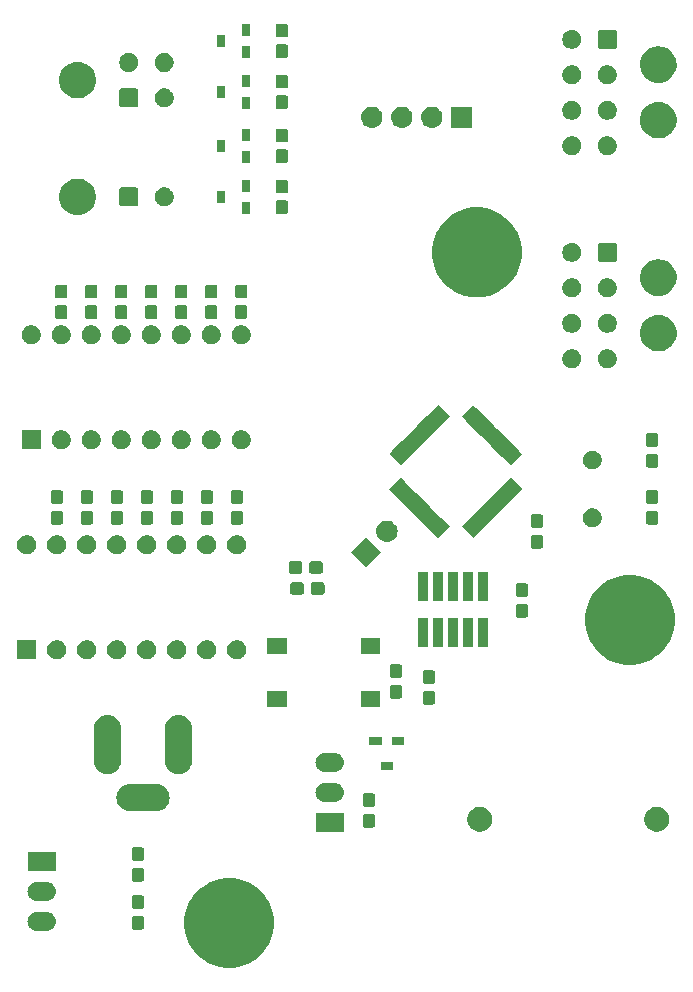
<source format=gbr>
G04 #@! TF.GenerationSoftware,KiCad,Pcbnew,(5.1.0)-1*
G04 #@! TF.CreationDate,2019-03-25T06:45:32-06:00*
G04 #@! TF.ProjectId,ParkingSystem,5061726b-696e-4675-9379-7374656d2e6b,v01*
G04 #@! TF.SameCoordinates,Original*
G04 #@! TF.FileFunction,Soldermask,Top*
G04 #@! TF.FilePolarity,Negative*
%FSLAX46Y46*%
G04 Gerber Fmt 4.6, Leading zero omitted, Abs format (unit mm)*
G04 Created by KiCad (PCBNEW (5.1.0)-1) date 2019-03-25 06:45:32*
%MOMM*%
%LPD*%
G04 APERTURE LIST*
%ADD10C,0.100000*%
G04 APERTURE END LIST*
D10*
G36*
X83531710Y-90706070D02*
G01*
X84223447Y-90992597D01*
X84421403Y-91124867D01*
X84845996Y-91408571D01*
X85375429Y-91938004D01*
X85568956Y-92227638D01*
X85791403Y-92560553D01*
X86077930Y-93252290D01*
X86224000Y-93986633D01*
X86224000Y-94735367D01*
X86077930Y-95469710D01*
X85791403Y-96161447D01*
X85791402Y-96161448D01*
X85375429Y-96783996D01*
X84845996Y-97313429D01*
X84430022Y-97591374D01*
X84223447Y-97729403D01*
X83531710Y-98015930D01*
X82797367Y-98162000D01*
X82048633Y-98162000D01*
X81314290Y-98015930D01*
X80622553Y-97729403D01*
X80415978Y-97591374D01*
X80000004Y-97313429D01*
X79470571Y-96783996D01*
X79054598Y-96161448D01*
X79054597Y-96161447D01*
X78768070Y-95469710D01*
X78622000Y-94735367D01*
X78622000Y-93986633D01*
X78768070Y-93252290D01*
X79054597Y-92560553D01*
X79277044Y-92227638D01*
X79470571Y-91938004D01*
X80000004Y-91408571D01*
X80424597Y-91124867D01*
X80622553Y-90992597D01*
X81314290Y-90706070D01*
X82048633Y-90560000D01*
X82797367Y-90560000D01*
X83531710Y-90706070D01*
X83531710Y-90706070D01*
G37*
G36*
X67026571Y-93436863D02*
G01*
X67105023Y-93444590D01*
X67205682Y-93475125D01*
X67256013Y-93490392D01*
X67395165Y-93564771D01*
X67517133Y-93664867D01*
X67617229Y-93786835D01*
X67691608Y-93925987D01*
X67706875Y-93976318D01*
X67737410Y-94076977D01*
X67752875Y-94234000D01*
X67737410Y-94391023D01*
X67706875Y-94491682D01*
X67691608Y-94542013D01*
X67617229Y-94681165D01*
X67517133Y-94803133D01*
X67395165Y-94903229D01*
X67256013Y-94977608D01*
X67205682Y-94992875D01*
X67105023Y-95023410D01*
X67026571Y-95031137D01*
X66987346Y-95035000D01*
X66108654Y-95035000D01*
X66069429Y-95031137D01*
X65990977Y-95023410D01*
X65890318Y-94992875D01*
X65839987Y-94977608D01*
X65700835Y-94903229D01*
X65578867Y-94803133D01*
X65478771Y-94681165D01*
X65404392Y-94542013D01*
X65389125Y-94491682D01*
X65358590Y-94391023D01*
X65343125Y-94234000D01*
X65358590Y-94076977D01*
X65389125Y-93976318D01*
X65404392Y-93925987D01*
X65478771Y-93786835D01*
X65578867Y-93664867D01*
X65700835Y-93564771D01*
X65839987Y-93490392D01*
X65890318Y-93475125D01*
X65990977Y-93444590D01*
X66069429Y-93436863D01*
X66108654Y-93433000D01*
X66987346Y-93433000D01*
X67026571Y-93436863D01*
X67026571Y-93436863D01*
G37*
G36*
X75040499Y-93775445D02*
G01*
X75077995Y-93786820D01*
X75112554Y-93805292D01*
X75142847Y-93830153D01*
X75167708Y-93860446D01*
X75186180Y-93895005D01*
X75197555Y-93932501D01*
X75202000Y-93977638D01*
X75202000Y-94716362D01*
X75197555Y-94761499D01*
X75186180Y-94798995D01*
X75167708Y-94833554D01*
X75142847Y-94863847D01*
X75112554Y-94888708D01*
X75077995Y-94907180D01*
X75040499Y-94918555D01*
X74995362Y-94923000D01*
X74356638Y-94923000D01*
X74311501Y-94918555D01*
X74274005Y-94907180D01*
X74239446Y-94888708D01*
X74209153Y-94863847D01*
X74184292Y-94833554D01*
X74165820Y-94798995D01*
X74154445Y-94761499D01*
X74150000Y-94716362D01*
X74150000Y-93977638D01*
X74154445Y-93932501D01*
X74165820Y-93895005D01*
X74184292Y-93860446D01*
X74209153Y-93830153D01*
X74239446Y-93805292D01*
X74274005Y-93786820D01*
X74311501Y-93775445D01*
X74356638Y-93771000D01*
X74995362Y-93771000D01*
X75040499Y-93775445D01*
X75040499Y-93775445D01*
G37*
G36*
X75040499Y-92025445D02*
G01*
X75077995Y-92036820D01*
X75112554Y-92055292D01*
X75142847Y-92080153D01*
X75167708Y-92110446D01*
X75186180Y-92145005D01*
X75197555Y-92182501D01*
X75202000Y-92227638D01*
X75202000Y-92966362D01*
X75197555Y-93011499D01*
X75186180Y-93048995D01*
X75167708Y-93083554D01*
X75142847Y-93113847D01*
X75112554Y-93138708D01*
X75077995Y-93157180D01*
X75040499Y-93168555D01*
X74995362Y-93173000D01*
X74356638Y-93173000D01*
X74311501Y-93168555D01*
X74274005Y-93157180D01*
X74239446Y-93138708D01*
X74209153Y-93113847D01*
X74184292Y-93083554D01*
X74165820Y-93048995D01*
X74154445Y-93011499D01*
X74150000Y-92966362D01*
X74150000Y-92227638D01*
X74154445Y-92182501D01*
X74165820Y-92145005D01*
X74184292Y-92110446D01*
X74209153Y-92080153D01*
X74239446Y-92055292D01*
X74274005Y-92036820D01*
X74311501Y-92025445D01*
X74356638Y-92021000D01*
X74995362Y-92021000D01*
X75040499Y-92025445D01*
X75040499Y-92025445D01*
G37*
G36*
X67026571Y-90896863D02*
G01*
X67105023Y-90904590D01*
X67205682Y-90935125D01*
X67256013Y-90950392D01*
X67395165Y-91024771D01*
X67517133Y-91124867D01*
X67617229Y-91246835D01*
X67691608Y-91385987D01*
X67706875Y-91436318D01*
X67737410Y-91536977D01*
X67752875Y-91694000D01*
X67737410Y-91851023D01*
X67711025Y-91938004D01*
X67691608Y-92002013D01*
X67617229Y-92141165D01*
X67517133Y-92263133D01*
X67395165Y-92363229D01*
X67256013Y-92437608D01*
X67205682Y-92452875D01*
X67105023Y-92483410D01*
X67026571Y-92491137D01*
X66987346Y-92495000D01*
X66108654Y-92495000D01*
X66069429Y-92491137D01*
X65990977Y-92483410D01*
X65890318Y-92452875D01*
X65839987Y-92437608D01*
X65700835Y-92363229D01*
X65578867Y-92263133D01*
X65478771Y-92141165D01*
X65404392Y-92002013D01*
X65384975Y-91938004D01*
X65358590Y-91851023D01*
X65343125Y-91694000D01*
X65358590Y-91536977D01*
X65389125Y-91436318D01*
X65404392Y-91385987D01*
X65478771Y-91246835D01*
X65578867Y-91124867D01*
X65700835Y-91024771D01*
X65839987Y-90950392D01*
X65890318Y-90935125D01*
X65990977Y-90904590D01*
X66069429Y-90896863D01*
X66108654Y-90893000D01*
X66987346Y-90893000D01*
X67026571Y-90896863D01*
X67026571Y-90896863D01*
G37*
G36*
X75040499Y-89711445D02*
G01*
X75077995Y-89722820D01*
X75112554Y-89741292D01*
X75142847Y-89766153D01*
X75167708Y-89796446D01*
X75186180Y-89831005D01*
X75197555Y-89868501D01*
X75202000Y-89913638D01*
X75202000Y-90652362D01*
X75197555Y-90697499D01*
X75186180Y-90734995D01*
X75167708Y-90769554D01*
X75142847Y-90799847D01*
X75112554Y-90824708D01*
X75077995Y-90843180D01*
X75040499Y-90854555D01*
X74995362Y-90859000D01*
X74356638Y-90859000D01*
X74311501Y-90854555D01*
X74274005Y-90843180D01*
X74239446Y-90824708D01*
X74209153Y-90799847D01*
X74184292Y-90769554D01*
X74165820Y-90734995D01*
X74154445Y-90697499D01*
X74150000Y-90652362D01*
X74150000Y-89913638D01*
X74154445Y-89868501D01*
X74165820Y-89831005D01*
X74184292Y-89796446D01*
X74209153Y-89766153D01*
X74239446Y-89741292D01*
X74274005Y-89722820D01*
X74311501Y-89711445D01*
X74356638Y-89707000D01*
X74995362Y-89707000D01*
X75040499Y-89711445D01*
X75040499Y-89711445D01*
G37*
G36*
X67749000Y-89955000D02*
G01*
X65347000Y-89955000D01*
X65347000Y-88353000D01*
X67749000Y-88353000D01*
X67749000Y-89955000D01*
X67749000Y-89955000D01*
G37*
G36*
X75040499Y-87961445D02*
G01*
X75077995Y-87972820D01*
X75112554Y-87991292D01*
X75142847Y-88016153D01*
X75167708Y-88046446D01*
X75186180Y-88081005D01*
X75197555Y-88118501D01*
X75202000Y-88163638D01*
X75202000Y-88902362D01*
X75197555Y-88947499D01*
X75186180Y-88984995D01*
X75167708Y-89019554D01*
X75142847Y-89049847D01*
X75112554Y-89074708D01*
X75077995Y-89093180D01*
X75040499Y-89104555D01*
X74995362Y-89109000D01*
X74356638Y-89109000D01*
X74311501Y-89104555D01*
X74274005Y-89093180D01*
X74239446Y-89074708D01*
X74209153Y-89049847D01*
X74184292Y-89019554D01*
X74165820Y-88984995D01*
X74154445Y-88947499D01*
X74150000Y-88902362D01*
X74150000Y-88163638D01*
X74154445Y-88118501D01*
X74165820Y-88081005D01*
X74184292Y-88046446D01*
X74209153Y-88016153D01*
X74239446Y-87991292D01*
X74274005Y-87972820D01*
X74311501Y-87961445D01*
X74356638Y-87957000D01*
X74995362Y-87957000D01*
X75040499Y-87961445D01*
X75040499Y-87961445D01*
G37*
G36*
X92133000Y-86653000D02*
G01*
X89731000Y-86653000D01*
X89731000Y-85051000D01*
X92133000Y-85051000D01*
X92133000Y-86653000D01*
X92133000Y-86653000D01*
G37*
G36*
X118931564Y-84587389D02*
G01*
X119122833Y-84666615D01*
X119122835Y-84666616D01*
X119212251Y-84726362D01*
X119294973Y-84781635D01*
X119441365Y-84928027D01*
X119556385Y-85100167D01*
X119635611Y-85291436D01*
X119676000Y-85494484D01*
X119676000Y-85701516D01*
X119635611Y-85904564D01*
X119586139Y-86024000D01*
X119556384Y-86095835D01*
X119441365Y-86267973D01*
X119294973Y-86414365D01*
X119122835Y-86529384D01*
X119122834Y-86529385D01*
X119122833Y-86529385D01*
X118931564Y-86608611D01*
X118728516Y-86649000D01*
X118521484Y-86649000D01*
X118318436Y-86608611D01*
X118127167Y-86529385D01*
X118127166Y-86529385D01*
X118127165Y-86529384D01*
X117955027Y-86414365D01*
X117808635Y-86267973D01*
X117693616Y-86095835D01*
X117663861Y-86024000D01*
X117614389Y-85904564D01*
X117574000Y-85701516D01*
X117574000Y-85494484D01*
X117614389Y-85291436D01*
X117693615Y-85100167D01*
X117808635Y-84928027D01*
X117955027Y-84781635D01*
X118037749Y-84726362D01*
X118127165Y-84666616D01*
X118127167Y-84666615D01*
X118318436Y-84587389D01*
X118521484Y-84547000D01*
X118728516Y-84547000D01*
X118931564Y-84587389D01*
X118931564Y-84587389D01*
G37*
G36*
X103931564Y-84587389D02*
G01*
X104122833Y-84666615D01*
X104122835Y-84666616D01*
X104212251Y-84726362D01*
X104294973Y-84781635D01*
X104441365Y-84928027D01*
X104556385Y-85100167D01*
X104635611Y-85291436D01*
X104676000Y-85494484D01*
X104676000Y-85701516D01*
X104635611Y-85904564D01*
X104586139Y-86024000D01*
X104556384Y-86095835D01*
X104441365Y-86267973D01*
X104294973Y-86414365D01*
X104122835Y-86529384D01*
X104122834Y-86529385D01*
X104122833Y-86529385D01*
X103931564Y-86608611D01*
X103728516Y-86649000D01*
X103521484Y-86649000D01*
X103318436Y-86608611D01*
X103127167Y-86529385D01*
X103127166Y-86529385D01*
X103127165Y-86529384D01*
X102955027Y-86414365D01*
X102808635Y-86267973D01*
X102693616Y-86095835D01*
X102663861Y-86024000D01*
X102614389Y-85904564D01*
X102574000Y-85701516D01*
X102574000Y-85494484D01*
X102614389Y-85291436D01*
X102693615Y-85100167D01*
X102808635Y-84928027D01*
X102955027Y-84781635D01*
X103037749Y-84726362D01*
X103127165Y-84666616D01*
X103127167Y-84666615D01*
X103318436Y-84587389D01*
X103521484Y-84547000D01*
X103728516Y-84547000D01*
X103931564Y-84587389D01*
X103931564Y-84587389D01*
G37*
G36*
X94598499Y-85139445D02*
G01*
X94635995Y-85150820D01*
X94670554Y-85169292D01*
X94700847Y-85194153D01*
X94725708Y-85224446D01*
X94744180Y-85259005D01*
X94755555Y-85296501D01*
X94760000Y-85341638D01*
X94760000Y-86080362D01*
X94755555Y-86125499D01*
X94744180Y-86162995D01*
X94725708Y-86197554D01*
X94700847Y-86227847D01*
X94670554Y-86252708D01*
X94635995Y-86271180D01*
X94598499Y-86282555D01*
X94553362Y-86287000D01*
X93914638Y-86287000D01*
X93869501Y-86282555D01*
X93832005Y-86271180D01*
X93797446Y-86252708D01*
X93767153Y-86227847D01*
X93742292Y-86197554D01*
X93723820Y-86162995D01*
X93712445Y-86125499D01*
X93708000Y-86080362D01*
X93708000Y-85341638D01*
X93712445Y-85296501D01*
X93723820Y-85259005D01*
X93742292Y-85224446D01*
X93767153Y-85194153D01*
X93797446Y-85169292D01*
X93832005Y-85150820D01*
X93869501Y-85139445D01*
X93914638Y-85135000D01*
X94553362Y-85135000D01*
X94598499Y-85139445D01*
X94598499Y-85139445D01*
G37*
G36*
X76351537Y-82585472D02*
G01*
X76437556Y-82593944D01*
X76658290Y-82660903D01*
X76658293Y-82660904D01*
X76861719Y-82769638D01*
X77040028Y-82915972D01*
X77186362Y-83094281D01*
X77295096Y-83297707D01*
X77295097Y-83297710D01*
X77362056Y-83518444D01*
X77384665Y-83748000D01*
X77362056Y-83977556D01*
X77338379Y-84055608D01*
X77295096Y-84198293D01*
X77186362Y-84401719D01*
X77040028Y-84580028D01*
X76861719Y-84726362D01*
X76658293Y-84835096D01*
X76658290Y-84835097D01*
X76437556Y-84902056D01*
X76351537Y-84910528D01*
X76265520Y-84919000D01*
X73990480Y-84919000D01*
X73904463Y-84910528D01*
X73818444Y-84902056D01*
X73597710Y-84835097D01*
X73597707Y-84835096D01*
X73394281Y-84726362D01*
X73215972Y-84580028D01*
X73069638Y-84401719D01*
X72960904Y-84198293D01*
X72917621Y-84055608D01*
X72893944Y-83977556D01*
X72871335Y-83748000D01*
X72893944Y-83518444D01*
X72960903Y-83297710D01*
X72960904Y-83297707D01*
X73069638Y-83094281D01*
X73215972Y-82915972D01*
X73394281Y-82769638D01*
X73597707Y-82660904D01*
X73597710Y-82660903D01*
X73818444Y-82593944D01*
X73904463Y-82585472D01*
X73990480Y-82577000D01*
X76265520Y-82577000D01*
X76351537Y-82585472D01*
X76351537Y-82585472D01*
G37*
G36*
X94598499Y-83389445D02*
G01*
X94635995Y-83400820D01*
X94670554Y-83419292D01*
X94700847Y-83444153D01*
X94725708Y-83474446D01*
X94744180Y-83509005D01*
X94755555Y-83546501D01*
X94760000Y-83591638D01*
X94760000Y-84330362D01*
X94755555Y-84375499D01*
X94744180Y-84412995D01*
X94725708Y-84447554D01*
X94700847Y-84477847D01*
X94670554Y-84502708D01*
X94635995Y-84521180D01*
X94598499Y-84532555D01*
X94553362Y-84537000D01*
X93914638Y-84537000D01*
X93869501Y-84532555D01*
X93832005Y-84521180D01*
X93797446Y-84502708D01*
X93767153Y-84477847D01*
X93742292Y-84447554D01*
X93723820Y-84412995D01*
X93712445Y-84375499D01*
X93708000Y-84330362D01*
X93708000Y-83591638D01*
X93712445Y-83546501D01*
X93723820Y-83509005D01*
X93742292Y-83474446D01*
X93767153Y-83444153D01*
X93797446Y-83419292D01*
X93832005Y-83400820D01*
X93869501Y-83389445D01*
X93914638Y-83385000D01*
X94553362Y-83385000D01*
X94598499Y-83389445D01*
X94598499Y-83389445D01*
G37*
G36*
X91410571Y-82514863D02*
G01*
X91489023Y-82522590D01*
X91589682Y-82553125D01*
X91640013Y-82568392D01*
X91779165Y-82642771D01*
X91901133Y-82742867D01*
X92001229Y-82864835D01*
X92075608Y-83003987D01*
X92075608Y-83003988D01*
X92121410Y-83154977D01*
X92136875Y-83312000D01*
X92121410Y-83469023D01*
X92090875Y-83569682D01*
X92075608Y-83620013D01*
X92001229Y-83759165D01*
X91901133Y-83881133D01*
X91779165Y-83981229D01*
X91640013Y-84055608D01*
X91589682Y-84070875D01*
X91489023Y-84101410D01*
X91410571Y-84109137D01*
X91371346Y-84113000D01*
X90492654Y-84113000D01*
X90453429Y-84109137D01*
X90374977Y-84101410D01*
X90274318Y-84070875D01*
X90223987Y-84055608D01*
X90084835Y-83981229D01*
X89962867Y-83881133D01*
X89862771Y-83759165D01*
X89788392Y-83620013D01*
X89773125Y-83569682D01*
X89742590Y-83469023D01*
X89727125Y-83312000D01*
X89742590Y-83154977D01*
X89788392Y-83003988D01*
X89788392Y-83003987D01*
X89862771Y-82864835D01*
X89962867Y-82742867D01*
X90084835Y-82642771D01*
X90223987Y-82568392D01*
X90274318Y-82553125D01*
X90374977Y-82522590D01*
X90453429Y-82514863D01*
X90492654Y-82511000D01*
X91371346Y-82511000D01*
X91410571Y-82514863D01*
X91410571Y-82514863D01*
G37*
G36*
X72357555Y-76763944D02*
G01*
X72578289Y-76830903D01*
X72578292Y-76830904D01*
X72781718Y-76939638D01*
X72781720Y-76939639D01*
X72781719Y-76939639D01*
X72960028Y-77085972D01*
X73080121Y-77232306D01*
X73106362Y-77264281D01*
X73215096Y-77467707D01*
X73215096Y-77467708D01*
X73215097Y-77467710D01*
X73282056Y-77688444D01*
X73299000Y-77860482D01*
X73299000Y-80635518D01*
X73282056Y-80807556D01*
X73245210Y-80929021D01*
X73215096Y-81028293D01*
X73106362Y-81231719D01*
X72960028Y-81410028D01*
X72781719Y-81556362D01*
X72578293Y-81665096D01*
X72578290Y-81665097D01*
X72357556Y-81732056D01*
X72128000Y-81754665D01*
X71898445Y-81732056D01*
X71677711Y-81665097D01*
X71677708Y-81665096D01*
X71474282Y-81556362D01*
X71295973Y-81410028D01*
X71149639Y-81231719D01*
X71040905Y-81028293D01*
X71010791Y-80929021D01*
X70973945Y-80807556D01*
X70957001Y-80635518D01*
X70957000Y-77860483D01*
X70973944Y-77688445D01*
X71040903Y-77467711D01*
X71040904Y-77467708D01*
X71149638Y-77264282D01*
X71171890Y-77237168D01*
X71295972Y-77085972D01*
X71474280Y-76939639D01*
X71474279Y-76939639D01*
X71474281Y-76939638D01*
X71677707Y-76830904D01*
X71677710Y-76830903D01*
X71898444Y-76763944D01*
X72128000Y-76741335D01*
X72357555Y-76763944D01*
X72357555Y-76763944D01*
G37*
G36*
X78357555Y-76763944D02*
G01*
X78578289Y-76830903D01*
X78578292Y-76830904D01*
X78781718Y-76939638D01*
X78781720Y-76939639D01*
X78781719Y-76939639D01*
X78960028Y-77085972D01*
X79080121Y-77232306D01*
X79106362Y-77264281D01*
X79215096Y-77467707D01*
X79215096Y-77467708D01*
X79215097Y-77467710D01*
X79282056Y-77688444D01*
X79299000Y-77860482D01*
X79299000Y-80635518D01*
X79282056Y-80807556D01*
X79245210Y-80929021D01*
X79215096Y-81028293D01*
X79106362Y-81231719D01*
X78960028Y-81410028D01*
X78781719Y-81556362D01*
X78578293Y-81665096D01*
X78578290Y-81665097D01*
X78357556Y-81732056D01*
X78128000Y-81754665D01*
X77898445Y-81732056D01*
X77677711Y-81665097D01*
X77677708Y-81665096D01*
X77474282Y-81556362D01*
X77295973Y-81410028D01*
X77149639Y-81231719D01*
X77040905Y-81028293D01*
X77010791Y-80929021D01*
X76973945Y-80807556D01*
X76957001Y-80635518D01*
X76957000Y-77860483D01*
X76973944Y-77688445D01*
X77040903Y-77467711D01*
X77040904Y-77467708D01*
X77149638Y-77264282D01*
X77171890Y-77237168D01*
X77295972Y-77085972D01*
X77474280Y-76939639D01*
X77474279Y-76939639D01*
X77474281Y-76939638D01*
X77677707Y-76830904D01*
X77677710Y-76830903D01*
X77898444Y-76763944D01*
X78128000Y-76741335D01*
X78357555Y-76763944D01*
X78357555Y-76763944D01*
G37*
G36*
X91410571Y-79974863D02*
G01*
X91489023Y-79982590D01*
X91589682Y-80013125D01*
X91640013Y-80028392D01*
X91779165Y-80102771D01*
X91901133Y-80202867D01*
X92001229Y-80324835D01*
X92075608Y-80463987D01*
X92075608Y-80463988D01*
X92121410Y-80614977D01*
X92136875Y-80772000D01*
X92121410Y-80929023D01*
X92091298Y-81028290D01*
X92075608Y-81080013D01*
X92001229Y-81219165D01*
X91901133Y-81341133D01*
X91779165Y-81441229D01*
X91640013Y-81515608D01*
X91589682Y-81530875D01*
X91489023Y-81561410D01*
X91410571Y-81569137D01*
X91371346Y-81573000D01*
X90492654Y-81573000D01*
X90453429Y-81569137D01*
X90374977Y-81561410D01*
X90274318Y-81530875D01*
X90223987Y-81515608D01*
X90084835Y-81441229D01*
X89962867Y-81341133D01*
X89862771Y-81219165D01*
X89788392Y-81080013D01*
X89772702Y-81028290D01*
X89742590Y-80929023D01*
X89727125Y-80772000D01*
X89742590Y-80614977D01*
X89788392Y-80463988D01*
X89788392Y-80463987D01*
X89862771Y-80324835D01*
X89962867Y-80202867D01*
X90084835Y-80102771D01*
X90223987Y-80028392D01*
X90274318Y-80013125D01*
X90374977Y-79982590D01*
X90453429Y-79974863D01*
X90492654Y-79971000D01*
X91371346Y-79971000D01*
X91410571Y-79974863D01*
X91410571Y-79974863D01*
G37*
G36*
X96274000Y-81411000D02*
G01*
X95242000Y-81411000D01*
X95242000Y-80709000D01*
X96274000Y-80709000D01*
X96274000Y-81411000D01*
X96274000Y-81411000D01*
G37*
G36*
X97224000Y-79311000D02*
G01*
X96192000Y-79311000D01*
X96192000Y-78609000D01*
X97224000Y-78609000D01*
X97224000Y-79311000D01*
X97224000Y-79311000D01*
G37*
G36*
X95324000Y-79311000D02*
G01*
X94292000Y-79311000D01*
X94292000Y-78609000D01*
X95324000Y-78609000D01*
X95324000Y-79311000D01*
X95324000Y-79311000D01*
G37*
G36*
X95225000Y-76103000D02*
G01*
X93573000Y-76103000D01*
X93573000Y-74701000D01*
X95225000Y-74701000D01*
X95225000Y-76103000D01*
X95225000Y-76103000D01*
G37*
G36*
X87275000Y-76103000D02*
G01*
X85623000Y-76103000D01*
X85623000Y-74701000D01*
X87275000Y-74701000D01*
X87275000Y-76103000D01*
X87275000Y-76103000D01*
G37*
G36*
X99678499Y-74725445D02*
G01*
X99715995Y-74736820D01*
X99750554Y-74755292D01*
X99780847Y-74780153D01*
X99805708Y-74810446D01*
X99824180Y-74845005D01*
X99835555Y-74882501D01*
X99840000Y-74927638D01*
X99840000Y-75666362D01*
X99835555Y-75711499D01*
X99824180Y-75748995D01*
X99805708Y-75783554D01*
X99780847Y-75813847D01*
X99750554Y-75838708D01*
X99715995Y-75857180D01*
X99678499Y-75868555D01*
X99633362Y-75873000D01*
X98994638Y-75873000D01*
X98949501Y-75868555D01*
X98912005Y-75857180D01*
X98877446Y-75838708D01*
X98847153Y-75813847D01*
X98822292Y-75783554D01*
X98803820Y-75748995D01*
X98792445Y-75711499D01*
X98788000Y-75666362D01*
X98788000Y-74927638D01*
X98792445Y-74882501D01*
X98803820Y-74845005D01*
X98822292Y-74810446D01*
X98847153Y-74780153D01*
X98877446Y-74755292D01*
X98912005Y-74736820D01*
X98949501Y-74725445D01*
X98994638Y-74721000D01*
X99633362Y-74721000D01*
X99678499Y-74725445D01*
X99678499Y-74725445D01*
G37*
G36*
X96884499Y-74217445D02*
G01*
X96921995Y-74228820D01*
X96956554Y-74247292D01*
X96986847Y-74272153D01*
X97011708Y-74302446D01*
X97030180Y-74337005D01*
X97041555Y-74374501D01*
X97046000Y-74419638D01*
X97046000Y-75158362D01*
X97041555Y-75203499D01*
X97030180Y-75240995D01*
X97011708Y-75275554D01*
X96986847Y-75305847D01*
X96956554Y-75330708D01*
X96921995Y-75349180D01*
X96884499Y-75360555D01*
X96839362Y-75365000D01*
X96200638Y-75365000D01*
X96155501Y-75360555D01*
X96118005Y-75349180D01*
X96083446Y-75330708D01*
X96053153Y-75305847D01*
X96028292Y-75275554D01*
X96009820Y-75240995D01*
X95998445Y-75203499D01*
X95994000Y-75158362D01*
X95994000Y-74419638D01*
X95998445Y-74374501D01*
X96009820Y-74337005D01*
X96028292Y-74302446D01*
X96053153Y-74272153D01*
X96083446Y-74247292D01*
X96118005Y-74228820D01*
X96155501Y-74217445D01*
X96200638Y-74213000D01*
X96839362Y-74213000D01*
X96884499Y-74217445D01*
X96884499Y-74217445D01*
G37*
G36*
X99678499Y-72975445D02*
G01*
X99715995Y-72986820D01*
X99750554Y-73005292D01*
X99780847Y-73030153D01*
X99805708Y-73060446D01*
X99824180Y-73095005D01*
X99835555Y-73132501D01*
X99840000Y-73177638D01*
X99840000Y-73916362D01*
X99835555Y-73961499D01*
X99824180Y-73998995D01*
X99805708Y-74033554D01*
X99780847Y-74063847D01*
X99750554Y-74088708D01*
X99715995Y-74107180D01*
X99678499Y-74118555D01*
X99633362Y-74123000D01*
X98994638Y-74123000D01*
X98949501Y-74118555D01*
X98912005Y-74107180D01*
X98877446Y-74088708D01*
X98847153Y-74063847D01*
X98822292Y-74033554D01*
X98803820Y-73998995D01*
X98792445Y-73961499D01*
X98788000Y-73916362D01*
X98788000Y-73177638D01*
X98792445Y-73132501D01*
X98803820Y-73095005D01*
X98822292Y-73060446D01*
X98847153Y-73030153D01*
X98877446Y-73005292D01*
X98912005Y-72986820D01*
X98949501Y-72975445D01*
X98994638Y-72971000D01*
X99633362Y-72971000D01*
X99678499Y-72975445D01*
X99678499Y-72975445D01*
G37*
G36*
X96884499Y-72467445D02*
G01*
X96921995Y-72478820D01*
X96956554Y-72497292D01*
X96986847Y-72522153D01*
X97011708Y-72552446D01*
X97030180Y-72587005D01*
X97041555Y-72624501D01*
X97046000Y-72669638D01*
X97046000Y-73408362D01*
X97041555Y-73453499D01*
X97030180Y-73490995D01*
X97011708Y-73525554D01*
X96986847Y-73555847D01*
X96956554Y-73580708D01*
X96921995Y-73599180D01*
X96884499Y-73610555D01*
X96839362Y-73615000D01*
X96200638Y-73615000D01*
X96155501Y-73610555D01*
X96118005Y-73599180D01*
X96083446Y-73580708D01*
X96053153Y-73555847D01*
X96028292Y-73525554D01*
X96009820Y-73490995D01*
X95998445Y-73453499D01*
X95994000Y-73408362D01*
X95994000Y-72669638D01*
X95998445Y-72624501D01*
X96009820Y-72587005D01*
X96028292Y-72552446D01*
X96053153Y-72522153D01*
X96083446Y-72497292D01*
X96118005Y-72478820D01*
X96155501Y-72467445D01*
X96200638Y-72463000D01*
X96839362Y-72463000D01*
X96884499Y-72467445D01*
X96884499Y-72467445D01*
G37*
G36*
X117440710Y-65052070D02*
G01*
X118132447Y-65338597D01*
X118132448Y-65338598D01*
X118754996Y-65754571D01*
X119284429Y-66284004D01*
X119491993Y-66594646D01*
X119700403Y-66906553D01*
X119986930Y-67598290D01*
X120133000Y-68332633D01*
X120133000Y-69081367D01*
X119986930Y-69815710D01*
X119700403Y-70507447D01*
X119628205Y-70615499D01*
X119284429Y-71129996D01*
X118754996Y-71659429D01*
X118427134Y-71878499D01*
X118132447Y-72075403D01*
X117440710Y-72361930D01*
X116706367Y-72508000D01*
X115957633Y-72508000D01*
X115223290Y-72361930D01*
X114531553Y-72075403D01*
X114236866Y-71878499D01*
X113909004Y-71659429D01*
X113379571Y-71129996D01*
X113035795Y-70615499D01*
X112963597Y-70507447D01*
X112677070Y-69815710D01*
X112531000Y-69081367D01*
X112531000Y-68332633D01*
X112677070Y-67598290D01*
X112963597Y-66906553D01*
X113172007Y-66594646D01*
X113379571Y-66284004D01*
X113909004Y-65754571D01*
X114531552Y-65338598D01*
X114531553Y-65338597D01*
X115223290Y-65052070D01*
X115957633Y-64906000D01*
X116706367Y-64906000D01*
X117440710Y-65052070D01*
X117440710Y-65052070D01*
G37*
G36*
X80755142Y-70465242D02*
G01*
X80903101Y-70526529D01*
X81036255Y-70615499D01*
X81149501Y-70728745D01*
X81238471Y-70861899D01*
X81299758Y-71009858D01*
X81331000Y-71166925D01*
X81331000Y-71327075D01*
X81299758Y-71484142D01*
X81238471Y-71632101D01*
X81149501Y-71765255D01*
X81036255Y-71878501D01*
X80903101Y-71967471D01*
X80755142Y-72028758D01*
X80598075Y-72060000D01*
X80437925Y-72060000D01*
X80280858Y-72028758D01*
X80132899Y-71967471D01*
X79999745Y-71878501D01*
X79886499Y-71765255D01*
X79797529Y-71632101D01*
X79736242Y-71484142D01*
X79705000Y-71327075D01*
X79705000Y-71166925D01*
X79736242Y-71009858D01*
X79797529Y-70861899D01*
X79886499Y-70728745D01*
X79999745Y-70615499D01*
X80132899Y-70526529D01*
X80280858Y-70465242D01*
X80437925Y-70434000D01*
X80598075Y-70434000D01*
X80755142Y-70465242D01*
X80755142Y-70465242D01*
G37*
G36*
X66091000Y-72060000D02*
G01*
X64465000Y-72060000D01*
X64465000Y-70434000D01*
X66091000Y-70434000D01*
X66091000Y-72060000D01*
X66091000Y-72060000D01*
G37*
G36*
X68055142Y-70465242D02*
G01*
X68203101Y-70526529D01*
X68336255Y-70615499D01*
X68449501Y-70728745D01*
X68538471Y-70861899D01*
X68599758Y-71009858D01*
X68631000Y-71166925D01*
X68631000Y-71327075D01*
X68599758Y-71484142D01*
X68538471Y-71632101D01*
X68449501Y-71765255D01*
X68336255Y-71878501D01*
X68203101Y-71967471D01*
X68055142Y-72028758D01*
X67898075Y-72060000D01*
X67737925Y-72060000D01*
X67580858Y-72028758D01*
X67432899Y-71967471D01*
X67299745Y-71878501D01*
X67186499Y-71765255D01*
X67097529Y-71632101D01*
X67036242Y-71484142D01*
X67005000Y-71327075D01*
X67005000Y-71166925D01*
X67036242Y-71009858D01*
X67097529Y-70861899D01*
X67186499Y-70728745D01*
X67299745Y-70615499D01*
X67432899Y-70526529D01*
X67580858Y-70465242D01*
X67737925Y-70434000D01*
X67898075Y-70434000D01*
X68055142Y-70465242D01*
X68055142Y-70465242D01*
G37*
G36*
X70595142Y-70465242D02*
G01*
X70743101Y-70526529D01*
X70876255Y-70615499D01*
X70989501Y-70728745D01*
X71078471Y-70861899D01*
X71139758Y-71009858D01*
X71171000Y-71166925D01*
X71171000Y-71327075D01*
X71139758Y-71484142D01*
X71078471Y-71632101D01*
X70989501Y-71765255D01*
X70876255Y-71878501D01*
X70743101Y-71967471D01*
X70595142Y-72028758D01*
X70438075Y-72060000D01*
X70277925Y-72060000D01*
X70120858Y-72028758D01*
X69972899Y-71967471D01*
X69839745Y-71878501D01*
X69726499Y-71765255D01*
X69637529Y-71632101D01*
X69576242Y-71484142D01*
X69545000Y-71327075D01*
X69545000Y-71166925D01*
X69576242Y-71009858D01*
X69637529Y-70861899D01*
X69726499Y-70728745D01*
X69839745Y-70615499D01*
X69972899Y-70526529D01*
X70120858Y-70465242D01*
X70277925Y-70434000D01*
X70438075Y-70434000D01*
X70595142Y-70465242D01*
X70595142Y-70465242D01*
G37*
G36*
X75675142Y-70465242D02*
G01*
X75823101Y-70526529D01*
X75956255Y-70615499D01*
X76069501Y-70728745D01*
X76158471Y-70861899D01*
X76219758Y-71009858D01*
X76251000Y-71166925D01*
X76251000Y-71327075D01*
X76219758Y-71484142D01*
X76158471Y-71632101D01*
X76069501Y-71765255D01*
X75956255Y-71878501D01*
X75823101Y-71967471D01*
X75675142Y-72028758D01*
X75518075Y-72060000D01*
X75357925Y-72060000D01*
X75200858Y-72028758D01*
X75052899Y-71967471D01*
X74919745Y-71878501D01*
X74806499Y-71765255D01*
X74717529Y-71632101D01*
X74656242Y-71484142D01*
X74625000Y-71327075D01*
X74625000Y-71166925D01*
X74656242Y-71009858D01*
X74717529Y-70861899D01*
X74806499Y-70728745D01*
X74919745Y-70615499D01*
X75052899Y-70526529D01*
X75200858Y-70465242D01*
X75357925Y-70434000D01*
X75518075Y-70434000D01*
X75675142Y-70465242D01*
X75675142Y-70465242D01*
G37*
G36*
X78215142Y-70465242D02*
G01*
X78363101Y-70526529D01*
X78496255Y-70615499D01*
X78609501Y-70728745D01*
X78698471Y-70861899D01*
X78759758Y-71009858D01*
X78791000Y-71166925D01*
X78791000Y-71327075D01*
X78759758Y-71484142D01*
X78698471Y-71632101D01*
X78609501Y-71765255D01*
X78496255Y-71878501D01*
X78363101Y-71967471D01*
X78215142Y-72028758D01*
X78058075Y-72060000D01*
X77897925Y-72060000D01*
X77740858Y-72028758D01*
X77592899Y-71967471D01*
X77459745Y-71878501D01*
X77346499Y-71765255D01*
X77257529Y-71632101D01*
X77196242Y-71484142D01*
X77165000Y-71327075D01*
X77165000Y-71166925D01*
X77196242Y-71009858D01*
X77257529Y-70861899D01*
X77346499Y-70728745D01*
X77459745Y-70615499D01*
X77592899Y-70526529D01*
X77740858Y-70465242D01*
X77897925Y-70434000D01*
X78058075Y-70434000D01*
X78215142Y-70465242D01*
X78215142Y-70465242D01*
G37*
G36*
X83295142Y-70465242D02*
G01*
X83443101Y-70526529D01*
X83576255Y-70615499D01*
X83689501Y-70728745D01*
X83778471Y-70861899D01*
X83839758Y-71009858D01*
X83871000Y-71166925D01*
X83871000Y-71327075D01*
X83839758Y-71484142D01*
X83778471Y-71632101D01*
X83689501Y-71765255D01*
X83576255Y-71878501D01*
X83443101Y-71967471D01*
X83295142Y-72028758D01*
X83138075Y-72060000D01*
X82977925Y-72060000D01*
X82820858Y-72028758D01*
X82672899Y-71967471D01*
X82539745Y-71878501D01*
X82426499Y-71765255D01*
X82337529Y-71632101D01*
X82276242Y-71484142D01*
X82245000Y-71327075D01*
X82245000Y-71166925D01*
X82276242Y-71009858D01*
X82337529Y-70861899D01*
X82426499Y-70728745D01*
X82539745Y-70615499D01*
X82672899Y-70526529D01*
X82820858Y-70465242D01*
X82977925Y-70434000D01*
X83138075Y-70434000D01*
X83295142Y-70465242D01*
X83295142Y-70465242D01*
G37*
G36*
X73135142Y-70465242D02*
G01*
X73283101Y-70526529D01*
X73416255Y-70615499D01*
X73529501Y-70728745D01*
X73618471Y-70861899D01*
X73679758Y-71009858D01*
X73711000Y-71166925D01*
X73711000Y-71327075D01*
X73679758Y-71484142D01*
X73618471Y-71632101D01*
X73529501Y-71765255D01*
X73416255Y-71878501D01*
X73283101Y-71967471D01*
X73135142Y-72028758D01*
X72978075Y-72060000D01*
X72817925Y-72060000D01*
X72660858Y-72028758D01*
X72512899Y-71967471D01*
X72379745Y-71878501D01*
X72266499Y-71765255D01*
X72177529Y-71632101D01*
X72116242Y-71484142D01*
X72085000Y-71327075D01*
X72085000Y-71166925D01*
X72116242Y-71009858D01*
X72177529Y-70861899D01*
X72266499Y-70728745D01*
X72379745Y-70615499D01*
X72512899Y-70526529D01*
X72660858Y-70465242D01*
X72817925Y-70434000D01*
X72978075Y-70434000D01*
X73135142Y-70465242D01*
X73135142Y-70465242D01*
G37*
G36*
X87275000Y-71603000D02*
G01*
X85623000Y-71603000D01*
X85623000Y-70201000D01*
X87275000Y-70201000D01*
X87275000Y-71603000D01*
X87275000Y-71603000D01*
G37*
G36*
X95225000Y-71603000D02*
G01*
X93573000Y-71603000D01*
X93573000Y-70201000D01*
X95225000Y-70201000D01*
X95225000Y-71603000D01*
X95225000Y-71603000D01*
G37*
G36*
X103037000Y-71019000D02*
G01*
X102195000Y-71019000D01*
X102195000Y-68517000D01*
X103037000Y-68517000D01*
X103037000Y-71019000D01*
X103037000Y-71019000D01*
G37*
G36*
X101767000Y-71019000D02*
G01*
X100925000Y-71019000D01*
X100925000Y-68517000D01*
X101767000Y-68517000D01*
X101767000Y-71019000D01*
X101767000Y-71019000D01*
G37*
G36*
X100497000Y-71019000D02*
G01*
X99655000Y-71019000D01*
X99655000Y-68517000D01*
X100497000Y-68517000D01*
X100497000Y-71019000D01*
X100497000Y-71019000D01*
G37*
G36*
X99227000Y-71019000D02*
G01*
X98385000Y-71019000D01*
X98385000Y-68517000D01*
X99227000Y-68517000D01*
X99227000Y-71019000D01*
X99227000Y-71019000D01*
G37*
G36*
X104307000Y-71019000D02*
G01*
X103465000Y-71019000D01*
X103465000Y-68517000D01*
X104307000Y-68517000D01*
X104307000Y-71019000D01*
X104307000Y-71019000D01*
G37*
G36*
X107552499Y-67359445D02*
G01*
X107589995Y-67370820D01*
X107624554Y-67389292D01*
X107654847Y-67414153D01*
X107679708Y-67444446D01*
X107698180Y-67479005D01*
X107709555Y-67516501D01*
X107714000Y-67561638D01*
X107714000Y-68300362D01*
X107709555Y-68345499D01*
X107698180Y-68382995D01*
X107679708Y-68417554D01*
X107654847Y-68447847D01*
X107624554Y-68472708D01*
X107589995Y-68491180D01*
X107552499Y-68502555D01*
X107507362Y-68507000D01*
X106868638Y-68507000D01*
X106823501Y-68502555D01*
X106786005Y-68491180D01*
X106751446Y-68472708D01*
X106721153Y-68447847D01*
X106696292Y-68417554D01*
X106677820Y-68382995D01*
X106666445Y-68345499D01*
X106662000Y-68300362D01*
X106662000Y-67561638D01*
X106666445Y-67516501D01*
X106677820Y-67479005D01*
X106696292Y-67444446D01*
X106721153Y-67414153D01*
X106751446Y-67389292D01*
X106786005Y-67370820D01*
X106823501Y-67359445D01*
X106868638Y-67355000D01*
X107507362Y-67355000D01*
X107552499Y-67359445D01*
X107552499Y-67359445D01*
G37*
G36*
X100497000Y-67119000D02*
G01*
X99655000Y-67119000D01*
X99655000Y-64617000D01*
X100497000Y-64617000D01*
X100497000Y-67119000D01*
X100497000Y-67119000D01*
G37*
G36*
X103037000Y-67119000D02*
G01*
X102195000Y-67119000D01*
X102195000Y-64617000D01*
X103037000Y-64617000D01*
X103037000Y-67119000D01*
X103037000Y-67119000D01*
G37*
G36*
X104307000Y-67119000D02*
G01*
X103465000Y-67119000D01*
X103465000Y-64617000D01*
X104307000Y-64617000D01*
X104307000Y-67119000D01*
X104307000Y-67119000D01*
G37*
G36*
X101767000Y-67119000D02*
G01*
X100925000Y-67119000D01*
X100925000Y-64617000D01*
X101767000Y-64617000D01*
X101767000Y-67119000D01*
X101767000Y-67119000D01*
G37*
G36*
X99227000Y-67119000D02*
G01*
X98385000Y-67119000D01*
X98385000Y-64617000D01*
X99227000Y-64617000D01*
X99227000Y-67119000D01*
X99227000Y-67119000D01*
G37*
G36*
X107552499Y-65609445D02*
G01*
X107589995Y-65620820D01*
X107624554Y-65639292D01*
X107654847Y-65664153D01*
X107679708Y-65694446D01*
X107698180Y-65729005D01*
X107709555Y-65766501D01*
X107714000Y-65811638D01*
X107714000Y-66550362D01*
X107709555Y-66595499D01*
X107698180Y-66632995D01*
X107679708Y-66667554D01*
X107654847Y-66697847D01*
X107624554Y-66722708D01*
X107589995Y-66741180D01*
X107552499Y-66752555D01*
X107507362Y-66757000D01*
X106868638Y-66757000D01*
X106823501Y-66752555D01*
X106786005Y-66741180D01*
X106751446Y-66722708D01*
X106721153Y-66697847D01*
X106696292Y-66667554D01*
X106677820Y-66632995D01*
X106666445Y-66595499D01*
X106662000Y-66550362D01*
X106662000Y-65811638D01*
X106666445Y-65766501D01*
X106677820Y-65729005D01*
X106696292Y-65694446D01*
X106721153Y-65664153D01*
X106751446Y-65639292D01*
X106786005Y-65620820D01*
X106823501Y-65609445D01*
X106868638Y-65605000D01*
X107507362Y-65605000D01*
X107552499Y-65609445D01*
X107552499Y-65609445D01*
G37*
G36*
X90330499Y-65518445D02*
G01*
X90367995Y-65529820D01*
X90402554Y-65548292D01*
X90432847Y-65573153D01*
X90457708Y-65603446D01*
X90476180Y-65638005D01*
X90487555Y-65675501D01*
X90492000Y-65720638D01*
X90492000Y-66359362D01*
X90487555Y-66404499D01*
X90476180Y-66441995D01*
X90457708Y-66476554D01*
X90432847Y-66506847D01*
X90402554Y-66531708D01*
X90367995Y-66550180D01*
X90330499Y-66561555D01*
X90285362Y-66566000D01*
X89546638Y-66566000D01*
X89501501Y-66561555D01*
X89464005Y-66550180D01*
X89429446Y-66531708D01*
X89399153Y-66506847D01*
X89374292Y-66476554D01*
X89355820Y-66441995D01*
X89344445Y-66404499D01*
X89340000Y-66359362D01*
X89340000Y-65720638D01*
X89344445Y-65675501D01*
X89355820Y-65638005D01*
X89374292Y-65603446D01*
X89399153Y-65573153D01*
X89429446Y-65548292D01*
X89464005Y-65529820D01*
X89501501Y-65518445D01*
X89546638Y-65514000D01*
X90285362Y-65514000D01*
X90330499Y-65518445D01*
X90330499Y-65518445D01*
G37*
G36*
X88580499Y-65518445D02*
G01*
X88617995Y-65529820D01*
X88652554Y-65548292D01*
X88682847Y-65573153D01*
X88707708Y-65603446D01*
X88726180Y-65638005D01*
X88737555Y-65675501D01*
X88742000Y-65720638D01*
X88742000Y-66359362D01*
X88737555Y-66404499D01*
X88726180Y-66441995D01*
X88707708Y-66476554D01*
X88682847Y-66506847D01*
X88652554Y-66531708D01*
X88617995Y-66550180D01*
X88580499Y-66561555D01*
X88535362Y-66566000D01*
X87796638Y-66566000D01*
X87751501Y-66561555D01*
X87714005Y-66550180D01*
X87679446Y-66531708D01*
X87649153Y-66506847D01*
X87624292Y-66476554D01*
X87605820Y-66441995D01*
X87594445Y-66404499D01*
X87590000Y-66359362D01*
X87590000Y-65720638D01*
X87594445Y-65675501D01*
X87605820Y-65638005D01*
X87624292Y-65603446D01*
X87649153Y-65573153D01*
X87679446Y-65548292D01*
X87714005Y-65529820D01*
X87751501Y-65518445D01*
X87796638Y-65514000D01*
X88535362Y-65514000D01*
X88580499Y-65518445D01*
X88580499Y-65518445D01*
G37*
G36*
X88439499Y-63740445D02*
G01*
X88476995Y-63751820D01*
X88511554Y-63770292D01*
X88541847Y-63795153D01*
X88566708Y-63825446D01*
X88585180Y-63860005D01*
X88596555Y-63897501D01*
X88601000Y-63942638D01*
X88601000Y-64581362D01*
X88596555Y-64626499D01*
X88585180Y-64663995D01*
X88566708Y-64698554D01*
X88541847Y-64728847D01*
X88511554Y-64753708D01*
X88476995Y-64772180D01*
X88439499Y-64783555D01*
X88394362Y-64788000D01*
X87655638Y-64788000D01*
X87610501Y-64783555D01*
X87573005Y-64772180D01*
X87538446Y-64753708D01*
X87508153Y-64728847D01*
X87483292Y-64698554D01*
X87464820Y-64663995D01*
X87453445Y-64626499D01*
X87449000Y-64581362D01*
X87449000Y-63942638D01*
X87453445Y-63897501D01*
X87464820Y-63860005D01*
X87483292Y-63825446D01*
X87508153Y-63795153D01*
X87538446Y-63770292D01*
X87573005Y-63751820D01*
X87610501Y-63740445D01*
X87655638Y-63736000D01*
X88394362Y-63736000D01*
X88439499Y-63740445D01*
X88439499Y-63740445D01*
G37*
G36*
X90189499Y-63740445D02*
G01*
X90226995Y-63751820D01*
X90261554Y-63770292D01*
X90291847Y-63795153D01*
X90316708Y-63825446D01*
X90335180Y-63860005D01*
X90346555Y-63897501D01*
X90351000Y-63942638D01*
X90351000Y-64581362D01*
X90346555Y-64626499D01*
X90335180Y-64663995D01*
X90316708Y-64698554D01*
X90291847Y-64728847D01*
X90261554Y-64753708D01*
X90226995Y-64772180D01*
X90189499Y-64783555D01*
X90144362Y-64788000D01*
X89405638Y-64788000D01*
X89360501Y-64783555D01*
X89323005Y-64772180D01*
X89288446Y-64753708D01*
X89258153Y-64728847D01*
X89233292Y-64698554D01*
X89214820Y-64663995D01*
X89203445Y-64626499D01*
X89199000Y-64581362D01*
X89199000Y-63942638D01*
X89203445Y-63897501D01*
X89214820Y-63860005D01*
X89233292Y-63825446D01*
X89258153Y-63795153D01*
X89288446Y-63770292D01*
X89323005Y-63751820D01*
X89360501Y-63740445D01*
X89405638Y-63736000D01*
X90144362Y-63736000D01*
X90189499Y-63740445D01*
X90189499Y-63740445D01*
G37*
G36*
X95254206Y-62992000D02*
G01*
X93980000Y-64266206D01*
X92705794Y-62992000D01*
X93980000Y-61717794D01*
X95254206Y-62992000D01*
X95254206Y-62992000D01*
G37*
G36*
X65515142Y-61575242D02*
G01*
X65663101Y-61636529D01*
X65796255Y-61725499D01*
X65909501Y-61838745D01*
X65998471Y-61971899D01*
X66059758Y-62119858D01*
X66091000Y-62276925D01*
X66091000Y-62437075D01*
X66059758Y-62594142D01*
X65998471Y-62742101D01*
X65909501Y-62875255D01*
X65796255Y-62988501D01*
X65663101Y-63077471D01*
X65515142Y-63138758D01*
X65358075Y-63170000D01*
X65197925Y-63170000D01*
X65040858Y-63138758D01*
X64892899Y-63077471D01*
X64759745Y-62988501D01*
X64646499Y-62875255D01*
X64557529Y-62742101D01*
X64496242Y-62594142D01*
X64465000Y-62437075D01*
X64465000Y-62276925D01*
X64496242Y-62119858D01*
X64557529Y-61971899D01*
X64646499Y-61838745D01*
X64759745Y-61725499D01*
X64892899Y-61636529D01*
X65040858Y-61575242D01*
X65197925Y-61544000D01*
X65358075Y-61544000D01*
X65515142Y-61575242D01*
X65515142Y-61575242D01*
G37*
G36*
X70595142Y-61575242D02*
G01*
X70743101Y-61636529D01*
X70876255Y-61725499D01*
X70989501Y-61838745D01*
X71078471Y-61971899D01*
X71139758Y-62119858D01*
X71171000Y-62276925D01*
X71171000Y-62437075D01*
X71139758Y-62594142D01*
X71078471Y-62742101D01*
X70989501Y-62875255D01*
X70876255Y-62988501D01*
X70743101Y-63077471D01*
X70595142Y-63138758D01*
X70438075Y-63170000D01*
X70277925Y-63170000D01*
X70120858Y-63138758D01*
X69972899Y-63077471D01*
X69839745Y-62988501D01*
X69726499Y-62875255D01*
X69637529Y-62742101D01*
X69576242Y-62594142D01*
X69545000Y-62437075D01*
X69545000Y-62276925D01*
X69576242Y-62119858D01*
X69637529Y-61971899D01*
X69726499Y-61838745D01*
X69839745Y-61725499D01*
X69972899Y-61636529D01*
X70120858Y-61575242D01*
X70277925Y-61544000D01*
X70438075Y-61544000D01*
X70595142Y-61575242D01*
X70595142Y-61575242D01*
G37*
G36*
X83295142Y-61575242D02*
G01*
X83443101Y-61636529D01*
X83576255Y-61725499D01*
X83689501Y-61838745D01*
X83778471Y-61971899D01*
X83839758Y-62119858D01*
X83871000Y-62276925D01*
X83871000Y-62437075D01*
X83839758Y-62594142D01*
X83778471Y-62742101D01*
X83689501Y-62875255D01*
X83576255Y-62988501D01*
X83443101Y-63077471D01*
X83295142Y-63138758D01*
X83138075Y-63170000D01*
X82977925Y-63170000D01*
X82820858Y-63138758D01*
X82672899Y-63077471D01*
X82539745Y-62988501D01*
X82426499Y-62875255D01*
X82337529Y-62742101D01*
X82276242Y-62594142D01*
X82245000Y-62437075D01*
X82245000Y-62276925D01*
X82276242Y-62119858D01*
X82337529Y-61971899D01*
X82426499Y-61838745D01*
X82539745Y-61725499D01*
X82672899Y-61636529D01*
X82820858Y-61575242D01*
X82977925Y-61544000D01*
X83138075Y-61544000D01*
X83295142Y-61575242D01*
X83295142Y-61575242D01*
G37*
G36*
X80755142Y-61575242D02*
G01*
X80903101Y-61636529D01*
X81036255Y-61725499D01*
X81149501Y-61838745D01*
X81238471Y-61971899D01*
X81299758Y-62119858D01*
X81331000Y-62276925D01*
X81331000Y-62437075D01*
X81299758Y-62594142D01*
X81238471Y-62742101D01*
X81149501Y-62875255D01*
X81036255Y-62988501D01*
X80903101Y-63077471D01*
X80755142Y-63138758D01*
X80598075Y-63170000D01*
X80437925Y-63170000D01*
X80280858Y-63138758D01*
X80132899Y-63077471D01*
X79999745Y-62988501D01*
X79886499Y-62875255D01*
X79797529Y-62742101D01*
X79736242Y-62594142D01*
X79705000Y-62437075D01*
X79705000Y-62276925D01*
X79736242Y-62119858D01*
X79797529Y-61971899D01*
X79886499Y-61838745D01*
X79999745Y-61725499D01*
X80132899Y-61636529D01*
X80280858Y-61575242D01*
X80437925Y-61544000D01*
X80598075Y-61544000D01*
X80755142Y-61575242D01*
X80755142Y-61575242D01*
G37*
G36*
X75675142Y-61575242D02*
G01*
X75823101Y-61636529D01*
X75956255Y-61725499D01*
X76069501Y-61838745D01*
X76158471Y-61971899D01*
X76219758Y-62119858D01*
X76251000Y-62276925D01*
X76251000Y-62437075D01*
X76219758Y-62594142D01*
X76158471Y-62742101D01*
X76069501Y-62875255D01*
X75956255Y-62988501D01*
X75823101Y-63077471D01*
X75675142Y-63138758D01*
X75518075Y-63170000D01*
X75357925Y-63170000D01*
X75200858Y-63138758D01*
X75052899Y-63077471D01*
X74919745Y-62988501D01*
X74806499Y-62875255D01*
X74717529Y-62742101D01*
X74656242Y-62594142D01*
X74625000Y-62437075D01*
X74625000Y-62276925D01*
X74656242Y-62119858D01*
X74717529Y-61971899D01*
X74806499Y-61838745D01*
X74919745Y-61725499D01*
X75052899Y-61636529D01*
X75200858Y-61575242D01*
X75357925Y-61544000D01*
X75518075Y-61544000D01*
X75675142Y-61575242D01*
X75675142Y-61575242D01*
G37*
G36*
X78215142Y-61575242D02*
G01*
X78363101Y-61636529D01*
X78496255Y-61725499D01*
X78609501Y-61838745D01*
X78698471Y-61971899D01*
X78759758Y-62119858D01*
X78791000Y-62276925D01*
X78791000Y-62437075D01*
X78759758Y-62594142D01*
X78698471Y-62742101D01*
X78609501Y-62875255D01*
X78496255Y-62988501D01*
X78363101Y-63077471D01*
X78215142Y-63138758D01*
X78058075Y-63170000D01*
X77897925Y-63170000D01*
X77740858Y-63138758D01*
X77592899Y-63077471D01*
X77459745Y-62988501D01*
X77346499Y-62875255D01*
X77257529Y-62742101D01*
X77196242Y-62594142D01*
X77165000Y-62437075D01*
X77165000Y-62276925D01*
X77196242Y-62119858D01*
X77257529Y-61971899D01*
X77346499Y-61838745D01*
X77459745Y-61725499D01*
X77592899Y-61636529D01*
X77740858Y-61575242D01*
X77897925Y-61544000D01*
X78058075Y-61544000D01*
X78215142Y-61575242D01*
X78215142Y-61575242D01*
G37*
G36*
X73135142Y-61575242D02*
G01*
X73283101Y-61636529D01*
X73416255Y-61725499D01*
X73529501Y-61838745D01*
X73618471Y-61971899D01*
X73679758Y-62119858D01*
X73711000Y-62276925D01*
X73711000Y-62437075D01*
X73679758Y-62594142D01*
X73618471Y-62742101D01*
X73529501Y-62875255D01*
X73416255Y-62988501D01*
X73283101Y-63077471D01*
X73135142Y-63138758D01*
X72978075Y-63170000D01*
X72817925Y-63170000D01*
X72660858Y-63138758D01*
X72512899Y-63077471D01*
X72379745Y-62988501D01*
X72266499Y-62875255D01*
X72177529Y-62742101D01*
X72116242Y-62594142D01*
X72085000Y-62437075D01*
X72085000Y-62276925D01*
X72116242Y-62119858D01*
X72177529Y-61971899D01*
X72266499Y-61838745D01*
X72379745Y-61725499D01*
X72512899Y-61636529D01*
X72660858Y-61575242D01*
X72817925Y-61544000D01*
X72978075Y-61544000D01*
X73135142Y-61575242D01*
X73135142Y-61575242D01*
G37*
G36*
X68055142Y-61575242D02*
G01*
X68203101Y-61636529D01*
X68336255Y-61725499D01*
X68449501Y-61838745D01*
X68538471Y-61971899D01*
X68599758Y-62119858D01*
X68631000Y-62276925D01*
X68631000Y-62437075D01*
X68599758Y-62594142D01*
X68538471Y-62742101D01*
X68449501Y-62875255D01*
X68336255Y-62988501D01*
X68203101Y-63077471D01*
X68055142Y-63138758D01*
X67898075Y-63170000D01*
X67737925Y-63170000D01*
X67580858Y-63138758D01*
X67432899Y-63077471D01*
X67299745Y-62988501D01*
X67186499Y-62875255D01*
X67097529Y-62742101D01*
X67036242Y-62594142D01*
X67005000Y-62437075D01*
X67005000Y-62276925D01*
X67036242Y-62119858D01*
X67097529Y-61971899D01*
X67186499Y-61838745D01*
X67299745Y-61725499D01*
X67432899Y-61636529D01*
X67580858Y-61575242D01*
X67737925Y-61544000D01*
X67898075Y-61544000D01*
X68055142Y-61575242D01*
X68055142Y-61575242D01*
G37*
G36*
X108822499Y-61517445D02*
G01*
X108859995Y-61528820D01*
X108894554Y-61547292D01*
X108924847Y-61572153D01*
X108949708Y-61602446D01*
X108968180Y-61637005D01*
X108979555Y-61674501D01*
X108984000Y-61719638D01*
X108984000Y-62458362D01*
X108979555Y-62503499D01*
X108968180Y-62540995D01*
X108949708Y-62575554D01*
X108924847Y-62605847D01*
X108894554Y-62630708D01*
X108859995Y-62649180D01*
X108822499Y-62660555D01*
X108777362Y-62665000D01*
X108138638Y-62665000D01*
X108093501Y-62660555D01*
X108056005Y-62649180D01*
X108021446Y-62630708D01*
X107991153Y-62605847D01*
X107966292Y-62575554D01*
X107947820Y-62540995D01*
X107936445Y-62503499D01*
X107932000Y-62458362D01*
X107932000Y-61719638D01*
X107936445Y-61674501D01*
X107947820Y-61637005D01*
X107966292Y-61602446D01*
X107991153Y-61572153D01*
X108021446Y-61547292D01*
X108056005Y-61528820D01*
X108093501Y-61517445D01*
X108138638Y-61513000D01*
X108777362Y-61513000D01*
X108822499Y-61517445D01*
X108822499Y-61517445D01*
G37*
G36*
X95886494Y-60301468D02*
G01*
X95952678Y-60307986D01*
X96122517Y-60359506D01*
X96122519Y-60359507D01*
X96142150Y-60370000D01*
X96279042Y-60443171D01*
X96314780Y-60472501D01*
X96416237Y-60555763D01*
X96495215Y-60652000D01*
X96528829Y-60692958D01*
X96612494Y-60849483D01*
X96664014Y-61019322D01*
X96681410Y-61195949D01*
X96664014Y-61372576D01*
X96616618Y-61528820D01*
X96612493Y-61542417D01*
X96594947Y-61575243D01*
X96528829Y-61698940D01*
X96507032Y-61725499D01*
X96416237Y-61836135D01*
X96314780Y-61919397D01*
X96279042Y-61948727D01*
X96122517Y-62032392D01*
X95952678Y-62083912D01*
X95886494Y-62090430D01*
X95820311Y-62096949D01*
X95731791Y-62096949D01*
X95665608Y-62090430D01*
X95599424Y-62083912D01*
X95429585Y-62032392D01*
X95273060Y-61948727D01*
X95237322Y-61919397D01*
X95135865Y-61836135D01*
X95045070Y-61725499D01*
X95023273Y-61698940D01*
X94957155Y-61575243D01*
X94939609Y-61542417D01*
X94935484Y-61528820D01*
X94888088Y-61372576D01*
X94870692Y-61195949D01*
X94888088Y-61019322D01*
X94939608Y-60849483D01*
X95023273Y-60692958D01*
X95056887Y-60652000D01*
X95135865Y-60555763D01*
X95237322Y-60472501D01*
X95273060Y-60443171D01*
X95409952Y-60370000D01*
X95429583Y-60359507D01*
X95429585Y-60359506D01*
X95599424Y-60307986D01*
X95665608Y-60301468D01*
X95731791Y-60294949D01*
X95820311Y-60294949D01*
X95886494Y-60301468D01*
X95886494Y-60301468D01*
G37*
G36*
X107240591Y-57636602D02*
G01*
X103102602Y-61774591D01*
X102111238Y-60783227D01*
X102360140Y-60534325D01*
X102360141Y-60534326D01*
X102464792Y-60429675D01*
X102464791Y-60429674D01*
X102713693Y-60180772D01*
X102713694Y-60180773D01*
X102818346Y-60076121D01*
X102818345Y-60076120D01*
X103067247Y-59827218D01*
X103067248Y-59827219D01*
X103171899Y-59722568D01*
X103171898Y-59722567D01*
X103420800Y-59473665D01*
X103420801Y-59473666D01*
X103525452Y-59369015D01*
X103525451Y-59369014D01*
X103774353Y-59120112D01*
X103774354Y-59120113D01*
X103879006Y-59015461D01*
X103879005Y-59015460D01*
X104127907Y-58766558D01*
X104127908Y-58766559D01*
X104232559Y-58661908D01*
X104232558Y-58661907D01*
X104481460Y-58413005D01*
X104481461Y-58413006D01*
X104586113Y-58308354D01*
X104586112Y-58308353D01*
X104835014Y-58059451D01*
X104835015Y-58059452D01*
X104939666Y-57954801D01*
X104939665Y-57954800D01*
X105188567Y-57705898D01*
X105188568Y-57705899D01*
X105293219Y-57601248D01*
X105293218Y-57601247D01*
X105542120Y-57352345D01*
X105542121Y-57352346D01*
X105646773Y-57247694D01*
X105646772Y-57247693D01*
X105895674Y-56998791D01*
X105895675Y-56998792D01*
X106000326Y-56894141D01*
X106000325Y-56894140D01*
X106249227Y-56645238D01*
X107240591Y-57636602D01*
X107240591Y-57636602D01*
G37*
G36*
X97199675Y-56894140D02*
G01*
X97199675Y-56894141D01*
X97304326Y-56998792D01*
X97304326Y-56998791D01*
X97553228Y-57247693D01*
X97553228Y-57247694D01*
X97657880Y-57352346D01*
X97657880Y-57352345D01*
X97906782Y-57601247D01*
X97906782Y-57601248D01*
X98011433Y-57705899D01*
X98011433Y-57705898D01*
X98260335Y-57954800D01*
X98260335Y-57954801D01*
X98364986Y-58059452D01*
X98364986Y-58059451D01*
X98613888Y-58308353D01*
X98613888Y-58308354D01*
X98718540Y-58413006D01*
X98718540Y-58413005D01*
X98967442Y-58661907D01*
X98967442Y-58661908D01*
X99072093Y-58766559D01*
X99072093Y-58766558D01*
X99320995Y-59015460D01*
X99320995Y-59015461D01*
X99425647Y-59120113D01*
X99425647Y-59120112D01*
X99674549Y-59369014D01*
X99674549Y-59369015D01*
X99779200Y-59473666D01*
X99779200Y-59473665D01*
X100028102Y-59722567D01*
X100028102Y-59722568D01*
X100132753Y-59827219D01*
X100132753Y-59827218D01*
X100381655Y-60076120D01*
X100381655Y-60076121D01*
X100486307Y-60180773D01*
X100486307Y-60180772D01*
X100735209Y-60429674D01*
X100735209Y-60429675D01*
X100839860Y-60534326D01*
X100839860Y-60534325D01*
X101088762Y-60783227D01*
X100097398Y-61774591D01*
X99848496Y-61525689D01*
X99848497Y-61525689D01*
X99743846Y-61421038D01*
X99743845Y-61421038D01*
X99494943Y-61172136D01*
X99494944Y-61172136D01*
X99390292Y-61067484D01*
X99390291Y-61067484D01*
X99141389Y-60818582D01*
X99141390Y-60818582D01*
X99036739Y-60713931D01*
X99036738Y-60713931D01*
X98787836Y-60465029D01*
X98787837Y-60465029D01*
X98683186Y-60360378D01*
X98683185Y-60360378D01*
X98434283Y-60111476D01*
X98434284Y-60111476D01*
X98329632Y-60006824D01*
X98329631Y-60006824D01*
X98080729Y-59757922D01*
X98080730Y-59757922D01*
X97976079Y-59653271D01*
X97976078Y-59653271D01*
X97727176Y-59404369D01*
X97727177Y-59404369D01*
X97622525Y-59299717D01*
X97622524Y-59299717D01*
X97373622Y-59050815D01*
X97373623Y-59050815D01*
X97268972Y-58946164D01*
X97268971Y-58946164D01*
X97020069Y-58697262D01*
X97020070Y-58697262D01*
X96915419Y-58592611D01*
X96915418Y-58592611D01*
X96666516Y-58343709D01*
X96666517Y-58343709D01*
X96561865Y-58239057D01*
X96561864Y-58239057D01*
X96312962Y-57990155D01*
X96312963Y-57990155D01*
X96208312Y-57885504D01*
X96208311Y-57885504D01*
X95959409Y-57636602D01*
X96950773Y-56645238D01*
X97199675Y-56894140D01*
X97199675Y-56894140D01*
G37*
G36*
X108822499Y-59767445D02*
G01*
X108859995Y-59778820D01*
X108894554Y-59797292D01*
X108924847Y-59822153D01*
X108949708Y-59852446D01*
X108968180Y-59887005D01*
X108979555Y-59924501D01*
X108984000Y-59969638D01*
X108984000Y-60708362D01*
X108979555Y-60753499D01*
X108968180Y-60790995D01*
X108949708Y-60825554D01*
X108924847Y-60855847D01*
X108894554Y-60880708D01*
X108859995Y-60899180D01*
X108822499Y-60910555D01*
X108777362Y-60915000D01*
X108138638Y-60915000D01*
X108093501Y-60910555D01*
X108056005Y-60899180D01*
X108021446Y-60880708D01*
X107991153Y-60855847D01*
X107966292Y-60825554D01*
X107947820Y-60790995D01*
X107936445Y-60753499D01*
X107932000Y-60708362D01*
X107932000Y-59969638D01*
X107936445Y-59924501D01*
X107947820Y-59887005D01*
X107966292Y-59852446D01*
X107991153Y-59822153D01*
X108021446Y-59797292D01*
X108056005Y-59778820D01*
X108093501Y-59767445D01*
X108138638Y-59763000D01*
X108777362Y-59763000D01*
X108822499Y-59767445D01*
X108822499Y-59767445D01*
G37*
G36*
X113390642Y-59300781D02*
G01*
X113536414Y-59361162D01*
X113536416Y-59361163D01*
X113667608Y-59448822D01*
X113779178Y-59560392D01*
X113808987Y-59605005D01*
X113866838Y-59691586D01*
X113927219Y-59837358D01*
X113958000Y-59992107D01*
X113958000Y-60149893D01*
X113927219Y-60304642D01*
X113869838Y-60443171D01*
X113866837Y-60450416D01*
X113779178Y-60581608D01*
X113667608Y-60693178D01*
X113536416Y-60780837D01*
X113536415Y-60780838D01*
X113536414Y-60780838D01*
X113390642Y-60841219D01*
X113235893Y-60872000D01*
X113078107Y-60872000D01*
X112923358Y-60841219D01*
X112777586Y-60780838D01*
X112777585Y-60780838D01*
X112777584Y-60780837D01*
X112646392Y-60693178D01*
X112534822Y-60581608D01*
X112447163Y-60450416D01*
X112444162Y-60443171D01*
X112386781Y-60304642D01*
X112356000Y-60149893D01*
X112356000Y-59992107D01*
X112386781Y-59837358D01*
X112447162Y-59691586D01*
X112505013Y-59605005D01*
X112534822Y-59560392D01*
X112646392Y-59448822D01*
X112777584Y-59361163D01*
X112777586Y-59361162D01*
X112923358Y-59300781D01*
X113078107Y-59270000D01*
X113235893Y-59270000D01*
X113390642Y-59300781D01*
X113390642Y-59300781D01*
G37*
G36*
X68182499Y-59485445D02*
G01*
X68219995Y-59496820D01*
X68254554Y-59515292D01*
X68284847Y-59540153D01*
X68309708Y-59570446D01*
X68328180Y-59605005D01*
X68339555Y-59642501D01*
X68344000Y-59687638D01*
X68344000Y-60426362D01*
X68339555Y-60471499D01*
X68328180Y-60508995D01*
X68309708Y-60543554D01*
X68284847Y-60573847D01*
X68254554Y-60598708D01*
X68219995Y-60617180D01*
X68182499Y-60628555D01*
X68137362Y-60633000D01*
X67498638Y-60633000D01*
X67453501Y-60628555D01*
X67416005Y-60617180D01*
X67381446Y-60598708D01*
X67351153Y-60573847D01*
X67326292Y-60543554D01*
X67307820Y-60508995D01*
X67296445Y-60471499D01*
X67292000Y-60426362D01*
X67292000Y-59687638D01*
X67296445Y-59642501D01*
X67307820Y-59605005D01*
X67326292Y-59570446D01*
X67351153Y-59540153D01*
X67381446Y-59515292D01*
X67416005Y-59496820D01*
X67453501Y-59485445D01*
X67498638Y-59481000D01*
X68137362Y-59481000D01*
X68182499Y-59485445D01*
X68182499Y-59485445D01*
G37*
G36*
X80882499Y-59485445D02*
G01*
X80919995Y-59496820D01*
X80954554Y-59515292D01*
X80984847Y-59540153D01*
X81009708Y-59570446D01*
X81028180Y-59605005D01*
X81039555Y-59642501D01*
X81044000Y-59687638D01*
X81044000Y-60426362D01*
X81039555Y-60471499D01*
X81028180Y-60508995D01*
X81009708Y-60543554D01*
X80984847Y-60573847D01*
X80954554Y-60598708D01*
X80919995Y-60617180D01*
X80882499Y-60628555D01*
X80837362Y-60633000D01*
X80198638Y-60633000D01*
X80153501Y-60628555D01*
X80116005Y-60617180D01*
X80081446Y-60598708D01*
X80051153Y-60573847D01*
X80026292Y-60543554D01*
X80007820Y-60508995D01*
X79996445Y-60471499D01*
X79992000Y-60426362D01*
X79992000Y-59687638D01*
X79996445Y-59642501D01*
X80007820Y-59605005D01*
X80026292Y-59570446D01*
X80051153Y-59540153D01*
X80081446Y-59515292D01*
X80116005Y-59496820D01*
X80153501Y-59485445D01*
X80198638Y-59481000D01*
X80837362Y-59481000D01*
X80882499Y-59485445D01*
X80882499Y-59485445D01*
G37*
G36*
X70722499Y-59485445D02*
G01*
X70759995Y-59496820D01*
X70794554Y-59515292D01*
X70824847Y-59540153D01*
X70849708Y-59570446D01*
X70868180Y-59605005D01*
X70879555Y-59642501D01*
X70884000Y-59687638D01*
X70884000Y-60426362D01*
X70879555Y-60471499D01*
X70868180Y-60508995D01*
X70849708Y-60543554D01*
X70824847Y-60573847D01*
X70794554Y-60598708D01*
X70759995Y-60617180D01*
X70722499Y-60628555D01*
X70677362Y-60633000D01*
X70038638Y-60633000D01*
X69993501Y-60628555D01*
X69956005Y-60617180D01*
X69921446Y-60598708D01*
X69891153Y-60573847D01*
X69866292Y-60543554D01*
X69847820Y-60508995D01*
X69836445Y-60471499D01*
X69832000Y-60426362D01*
X69832000Y-59687638D01*
X69836445Y-59642501D01*
X69847820Y-59605005D01*
X69866292Y-59570446D01*
X69891153Y-59540153D01*
X69921446Y-59515292D01*
X69956005Y-59496820D01*
X69993501Y-59485445D01*
X70038638Y-59481000D01*
X70677362Y-59481000D01*
X70722499Y-59485445D01*
X70722499Y-59485445D01*
G37*
G36*
X75802499Y-59485445D02*
G01*
X75839995Y-59496820D01*
X75874554Y-59515292D01*
X75904847Y-59540153D01*
X75929708Y-59570446D01*
X75948180Y-59605005D01*
X75959555Y-59642501D01*
X75964000Y-59687638D01*
X75964000Y-60426362D01*
X75959555Y-60471499D01*
X75948180Y-60508995D01*
X75929708Y-60543554D01*
X75904847Y-60573847D01*
X75874554Y-60598708D01*
X75839995Y-60617180D01*
X75802499Y-60628555D01*
X75757362Y-60633000D01*
X75118638Y-60633000D01*
X75073501Y-60628555D01*
X75036005Y-60617180D01*
X75001446Y-60598708D01*
X74971153Y-60573847D01*
X74946292Y-60543554D01*
X74927820Y-60508995D01*
X74916445Y-60471499D01*
X74912000Y-60426362D01*
X74912000Y-59687638D01*
X74916445Y-59642501D01*
X74927820Y-59605005D01*
X74946292Y-59570446D01*
X74971153Y-59540153D01*
X75001446Y-59515292D01*
X75036005Y-59496820D01*
X75073501Y-59485445D01*
X75118638Y-59481000D01*
X75757362Y-59481000D01*
X75802499Y-59485445D01*
X75802499Y-59485445D01*
G37*
G36*
X83422499Y-59485445D02*
G01*
X83459995Y-59496820D01*
X83494554Y-59515292D01*
X83524847Y-59540153D01*
X83549708Y-59570446D01*
X83568180Y-59605005D01*
X83579555Y-59642501D01*
X83584000Y-59687638D01*
X83584000Y-60426362D01*
X83579555Y-60471499D01*
X83568180Y-60508995D01*
X83549708Y-60543554D01*
X83524847Y-60573847D01*
X83494554Y-60598708D01*
X83459995Y-60617180D01*
X83422499Y-60628555D01*
X83377362Y-60633000D01*
X82738638Y-60633000D01*
X82693501Y-60628555D01*
X82656005Y-60617180D01*
X82621446Y-60598708D01*
X82591153Y-60573847D01*
X82566292Y-60543554D01*
X82547820Y-60508995D01*
X82536445Y-60471499D01*
X82532000Y-60426362D01*
X82532000Y-59687638D01*
X82536445Y-59642501D01*
X82547820Y-59605005D01*
X82566292Y-59570446D01*
X82591153Y-59540153D01*
X82621446Y-59515292D01*
X82656005Y-59496820D01*
X82693501Y-59485445D01*
X82738638Y-59481000D01*
X83377362Y-59481000D01*
X83422499Y-59485445D01*
X83422499Y-59485445D01*
G37*
G36*
X73262499Y-59485445D02*
G01*
X73299995Y-59496820D01*
X73334554Y-59515292D01*
X73364847Y-59540153D01*
X73389708Y-59570446D01*
X73408180Y-59605005D01*
X73419555Y-59642501D01*
X73424000Y-59687638D01*
X73424000Y-60426362D01*
X73419555Y-60471499D01*
X73408180Y-60508995D01*
X73389708Y-60543554D01*
X73364847Y-60573847D01*
X73334554Y-60598708D01*
X73299995Y-60617180D01*
X73262499Y-60628555D01*
X73217362Y-60633000D01*
X72578638Y-60633000D01*
X72533501Y-60628555D01*
X72496005Y-60617180D01*
X72461446Y-60598708D01*
X72431153Y-60573847D01*
X72406292Y-60543554D01*
X72387820Y-60508995D01*
X72376445Y-60471499D01*
X72372000Y-60426362D01*
X72372000Y-59687638D01*
X72376445Y-59642501D01*
X72387820Y-59605005D01*
X72406292Y-59570446D01*
X72431153Y-59540153D01*
X72461446Y-59515292D01*
X72496005Y-59496820D01*
X72533501Y-59485445D01*
X72578638Y-59481000D01*
X73217362Y-59481000D01*
X73262499Y-59485445D01*
X73262499Y-59485445D01*
G37*
G36*
X78342499Y-59485445D02*
G01*
X78379995Y-59496820D01*
X78414554Y-59515292D01*
X78444847Y-59540153D01*
X78469708Y-59570446D01*
X78488180Y-59605005D01*
X78499555Y-59642501D01*
X78504000Y-59687638D01*
X78504000Y-60426362D01*
X78499555Y-60471499D01*
X78488180Y-60508995D01*
X78469708Y-60543554D01*
X78444847Y-60573847D01*
X78414554Y-60598708D01*
X78379995Y-60617180D01*
X78342499Y-60628555D01*
X78297362Y-60633000D01*
X77658638Y-60633000D01*
X77613501Y-60628555D01*
X77576005Y-60617180D01*
X77541446Y-60598708D01*
X77511153Y-60573847D01*
X77486292Y-60543554D01*
X77467820Y-60508995D01*
X77456445Y-60471499D01*
X77452000Y-60426362D01*
X77452000Y-59687638D01*
X77456445Y-59642501D01*
X77467820Y-59605005D01*
X77486292Y-59570446D01*
X77511153Y-59540153D01*
X77541446Y-59515292D01*
X77576005Y-59496820D01*
X77613501Y-59485445D01*
X77658638Y-59481000D01*
X78297362Y-59481000D01*
X78342499Y-59485445D01*
X78342499Y-59485445D01*
G37*
G36*
X118601499Y-59485445D02*
G01*
X118638995Y-59496820D01*
X118673554Y-59515292D01*
X118703847Y-59540153D01*
X118728708Y-59570446D01*
X118747180Y-59605005D01*
X118758555Y-59642501D01*
X118763000Y-59687638D01*
X118763000Y-60426362D01*
X118758555Y-60471499D01*
X118747180Y-60508995D01*
X118728708Y-60543554D01*
X118703847Y-60573847D01*
X118673554Y-60598708D01*
X118638995Y-60617180D01*
X118601499Y-60628555D01*
X118556362Y-60633000D01*
X117917638Y-60633000D01*
X117872501Y-60628555D01*
X117835005Y-60617180D01*
X117800446Y-60598708D01*
X117770153Y-60573847D01*
X117745292Y-60543554D01*
X117726820Y-60508995D01*
X117715445Y-60471499D01*
X117711000Y-60426362D01*
X117711000Y-59687638D01*
X117715445Y-59642501D01*
X117726820Y-59605005D01*
X117745292Y-59570446D01*
X117770153Y-59540153D01*
X117800446Y-59515292D01*
X117835005Y-59496820D01*
X117872501Y-59485445D01*
X117917638Y-59481000D01*
X118556362Y-59481000D01*
X118601499Y-59485445D01*
X118601499Y-59485445D01*
G37*
G36*
X70722499Y-57735445D02*
G01*
X70759995Y-57746820D01*
X70794554Y-57765292D01*
X70824847Y-57790153D01*
X70849708Y-57820446D01*
X70868180Y-57855005D01*
X70879555Y-57892501D01*
X70884000Y-57937638D01*
X70884000Y-58676362D01*
X70879555Y-58721499D01*
X70868180Y-58758995D01*
X70849708Y-58793554D01*
X70824847Y-58823847D01*
X70794554Y-58848708D01*
X70759995Y-58867180D01*
X70722499Y-58878555D01*
X70677362Y-58883000D01*
X70038638Y-58883000D01*
X69993501Y-58878555D01*
X69956005Y-58867180D01*
X69921446Y-58848708D01*
X69891153Y-58823847D01*
X69866292Y-58793554D01*
X69847820Y-58758995D01*
X69836445Y-58721499D01*
X69832000Y-58676362D01*
X69832000Y-57937638D01*
X69836445Y-57892501D01*
X69847820Y-57855005D01*
X69866292Y-57820446D01*
X69891153Y-57790153D01*
X69921446Y-57765292D01*
X69956005Y-57746820D01*
X69993501Y-57735445D01*
X70038638Y-57731000D01*
X70677362Y-57731000D01*
X70722499Y-57735445D01*
X70722499Y-57735445D01*
G37*
G36*
X78342499Y-57735445D02*
G01*
X78379995Y-57746820D01*
X78414554Y-57765292D01*
X78444847Y-57790153D01*
X78469708Y-57820446D01*
X78488180Y-57855005D01*
X78499555Y-57892501D01*
X78504000Y-57937638D01*
X78504000Y-58676362D01*
X78499555Y-58721499D01*
X78488180Y-58758995D01*
X78469708Y-58793554D01*
X78444847Y-58823847D01*
X78414554Y-58848708D01*
X78379995Y-58867180D01*
X78342499Y-58878555D01*
X78297362Y-58883000D01*
X77658638Y-58883000D01*
X77613501Y-58878555D01*
X77576005Y-58867180D01*
X77541446Y-58848708D01*
X77511153Y-58823847D01*
X77486292Y-58793554D01*
X77467820Y-58758995D01*
X77456445Y-58721499D01*
X77452000Y-58676362D01*
X77452000Y-57937638D01*
X77456445Y-57892501D01*
X77467820Y-57855005D01*
X77486292Y-57820446D01*
X77511153Y-57790153D01*
X77541446Y-57765292D01*
X77576005Y-57746820D01*
X77613501Y-57735445D01*
X77658638Y-57731000D01*
X78297362Y-57731000D01*
X78342499Y-57735445D01*
X78342499Y-57735445D01*
G37*
G36*
X80882499Y-57735445D02*
G01*
X80919995Y-57746820D01*
X80954554Y-57765292D01*
X80984847Y-57790153D01*
X81009708Y-57820446D01*
X81028180Y-57855005D01*
X81039555Y-57892501D01*
X81044000Y-57937638D01*
X81044000Y-58676362D01*
X81039555Y-58721499D01*
X81028180Y-58758995D01*
X81009708Y-58793554D01*
X80984847Y-58823847D01*
X80954554Y-58848708D01*
X80919995Y-58867180D01*
X80882499Y-58878555D01*
X80837362Y-58883000D01*
X80198638Y-58883000D01*
X80153501Y-58878555D01*
X80116005Y-58867180D01*
X80081446Y-58848708D01*
X80051153Y-58823847D01*
X80026292Y-58793554D01*
X80007820Y-58758995D01*
X79996445Y-58721499D01*
X79992000Y-58676362D01*
X79992000Y-57937638D01*
X79996445Y-57892501D01*
X80007820Y-57855005D01*
X80026292Y-57820446D01*
X80051153Y-57790153D01*
X80081446Y-57765292D01*
X80116005Y-57746820D01*
X80153501Y-57735445D01*
X80198638Y-57731000D01*
X80837362Y-57731000D01*
X80882499Y-57735445D01*
X80882499Y-57735445D01*
G37*
G36*
X75802499Y-57735445D02*
G01*
X75839995Y-57746820D01*
X75874554Y-57765292D01*
X75904847Y-57790153D01*
X75929708Y-57820446D01*
X75948180Y-57855005D01*
X75959555Y-57892501D01*
X75964000Y-57937638D01*
X75964000Y-58676362D01*
X75959555Y-58721499D01*
X75948180Y-58758995D01*
X75929708Y-58793554D01*
X75904847Y-58823847D01*
X75874554Y-58848708D01*
X75839995Y-58867180D01*
X75802499Y-58878555D01*
X75757362Y-58883000D01*
X75118638Y-58883000D01*
X75073501Y-58878555D01*
X75036005Y-58867180D01*
X75001446Y-58848708D01*
X74971153Y-58823847D01*
X74946292Y-58793554D01*
X74927820Y-58758995D01*
X74916445Y-58721499D01*
X74912000Y-58676362D01*
X74912000Y-57937638D01*
X74916445Y-57892501D01*
X74927820Y-57855005D01*
X74946292Y-57820446D01*
X74971153Y-57790153D01*
X75001446Y-57765292D01*
X75036005Y-57746820D01*
X75073501Y-57735445D01*
X75118638Y-57731000D01*
X75757362Y-57731000D01*
X75802499Y-57735445D01*
X75802499Y-57735445D01*
G37*
G36*
X68182499Y-57735445D02*
G01*
X68219995Y-57746820D01*
X68254554Y-57765292D01*
X68284847Y-57790153D01*
X68309708Y-57820446D01*
X68328180Y-57855005D01*
X68339555Y-57892501D01*
X68344000Y-57937638D01*
X68344000Y-58676362D01*
X68339555Y-58721499D01*
X68328180Y-58758995D01*
X68309708Y-58793554D01*
X68284847Y-58823847D01*
X68254554Y-58848708D01*
X68219995Y-58867180D01*
X68182499Y-58878555D01*
X68137362Y-58883000D01*
X67498638Y-58883000D01*
X67453501Y-58878555D01*
X67416005Y-58867180D01*
X67381446Y-58848708D01*
X67351153Y-58823847D01*
X67326292Y-58793554D01*
X67307820Y-58758995D01*
X67296445Y-58721499D01*
X67292000Y-58676362D01*
X67292000Y-57937638D01*
X67296445Y-57892501D01*
X67307820Y-57855005D01*
X67326292Y-57820446D01*
X67351153Y-57790153D01*
X67381446Y-57765292D01*
X67416005Y-57746820D01*
X67453501Y-57735445D01*
X67498638Y-57731000D01*
X68137362Y-57731000D01*
X68182499Y-57735445D01*
X68182499Y-57735445D01*
G37*
G36*
X118601499Y-57735445D02*
G01*
X118638995Y-57746820D01*
X118673554Y-57765292D01*
X118703847Y-57790153D01*
X118728708Y-57820446D01*
X118747180Y-57855005D01*
X118758555Y-57892501D01*
X118763000Y-57937638D01*
X118763000Y-58676362D01*
X118758555Y-58721499D01*
X118747180Y-58758995D01*
X118728708Y-58793554D01*
X118703847Y-58823847D01*
X118673554Y-58848708D01*
X118638995Y-58867180D01*
X118601499Y-58878555D01*
X118556362Y-58883000D01*
X117917638Y-58883000D01*
X117872501Y-58878555D01*
X117835005Y-58867180D01*
X117800446Y-58848708D01*
X117770153Y-58823847D01*
X117745292Y-58793554D01*
X117726820Y-58758995D01*
X117715445Y-58721499D01*
X117711000Y-58676362D01*
X117711000Y-57937638D01*
X117715445Y-57892501D01*
X117726820Y-57855005D01*
X117745292Y-57820446D01*
X117770153Y-57790153D01*
X117800446Y-57765292D01*
X117835005Y-57746820D01*
X117872501Y-57735445D01*
X117917638Y-57731000D01*
X118556362Y-57731000D01*
X118601499Y-57735445D01*
X118601499Y-57735445D01*
G37*
G36*
X83422499Y-57735445D02*
G01*
X83459995Y-57746820D01*
X83494554Y-57765292D01*
X83524847Y-57790153D01*
X83549708Y-57820446D01*
X83568180Y-57855005D01*
X83579555Y-57892501D01*
X83584000Y-57937638D01*
X83584000Y-58676362D01*
X83579555Y-58721499D01*
X83568180Y-58758995D01*
X83549708Y-58793554D01*
X83524847Y-58823847D01*
X83494554Y-58848708D01*
X83459995Y-58867180D01*
X83422499Y-58878555D01*
X83377362Y-58883000D01*
X82738638Y-58883000D01*
X82693501Y-58878555D01*
X82656005Y-58867180D01*
X82621446Y-58848708D01*
X82591153Y-58823847D01*
X82566292Y-58793554D01*
X82547820Y-58758995D01*
X82536445Y-58721499D01*
X82532000Y-58676362D01*
X82532000Y-57937638D01*
X82536445Y-57892501D01*
X82547820Y-57855005D01*
X82566292Y-57820446D01*
X82591153Y-57790153D01*
X82621446Y-57765292D01*
X82656005Y-57746820D01*
X82693501Y-57735445D01*
X82738638Y-57731000D01*
X83377362Y-57731000D01*
X83422499Y-57735445D01*
X83422499Y-57735445D01*
G37*
G36*
X73262499Y-57735445D02*
G01*
X73299995Y-57746820D01*
X73334554Y-57765292D01*
X73364847Y-57790153D01*
X73389708Y-57820446D01*
X73408180Y-57855005D01*
X73419555Y-57892501D01*
X73424000Y-57937638D01*
X73424000Y-58676362D01*
X73419555Y-58721499D01*
X73408180Y-58758995D01*
X73389708Y-58793554D01*
X73364847Y-58823847D01*
X73334554Y-58848708D01*
X73299995Y-58867180D01*
X73262499Y-58878555D01*
X73217362Y-58883000D01*
X72578638Y-58883000D01*
X72533501Y-58878555D01*
X72496005Y-58867180D01*
X72461446Y-58848708D01*
X72431153Y-58823847D01*
X72406292Y-58793554D01*
X72387820Y-58758995D01*
X72376445Y-58721499D01*
X72372000Y-58676362D01*
X72372000Y-57937638D01*
X72376445Y-57892501D01*
X72387820Y-57855005D01*
X72406292Y-57820446D01*
X72431153Y-57790153D01*
X72461446Y-57765292D01*
X72496005Y-57746820D01*
X72533501Y-57735445D01*
X72578638Y-57731000D01*
X73217362Y-57731000D01*
X73262499Y-57735445D01*
X73262499Y-57735445D01*
G37*
G36*
X113390642Y-54400781D02*
G01*
X113536414Y-54461162D01*
X113536416Y-54461163D01*
X113667608Y-54548822D01*
X113779178Y-54660392D01*
X113858432Y-54779005D01*
X113866838Y-54791586D01*
X113927219Y-54937358D01*
X113958000Y-55092107D01*
X113958000Y-55249893D01*
X113927219Y-55404642D01*
X113869495Y-55544000D01*
X113866837Y-55550416D01*
X113779178Y-55681608D01*
X113667608Y-55793178D01*
X113536416Y-55880837D01*
X113536415Y-55880838D01*
X113536414Y-55880838D01*
X113390642Y-55941219D01*
X113235893Y-55972000D01*
X113078107Y-55972000D01*
X112923358Y-55941219D01*
X112777586Y-55880838D01*
X112777585Y-55880838D01*
X112777584Y-55880837D01*
X112646392Y-55793178D01*
X112534822Y-55681608D01*
X112447163Y-55550416D01*
X112444505Y-55544000D01*
X112386781Y-55404642D01*
X112356000Y-55249893D01*
X112356000Y-55092107D01*
X112386781Y-54937358D01*
X112447162Y-54791586D01*
X112455568Y-54779005D01*
X112534822Y-54660392D01*
X112646392Y-54548822D01*
X112777584Y-54461163D01*
X112777586Y-54461162D01*
X112923358Y-54400781D01*
X113078107Y-54370000D01*
X113235893Y-54370000D01*
X113390642Y-54400781D01*
X113390642Y-54400781D01*
G37*
G36*
X118601499Y-54659445D02*
G01*
X118638995Y-54670820D01*
X118673554Y-54689292D01*
X118703847Y-54714153D01*
X118728708Y-54744446D01*
X118747180Y-54779005D01*
X118758555Y-54816501D01*
X118763000Y-54861638D01*
X118763000Y-55600362D01*
X118758555Y-55645499D01*
X118747180Y-55682995D01*
X118728708Y-55717554D01*
X118703847Y-55747847D01*
X118673554Y-55772708D01*
X118638995Y-55791180D01*
X118601499Y-55802555D01*
X118556362Y-55807000D01*
X117917638Y-55807000D01*
X117872501Y-55802555D01*
X117835005Y-55791180D01*
X117800446Y-55772708D01*
X117770153Y-55747847D01*
X117745292Y-55717554D01*
X117726820Y-55682995D01*
X117715445Y-55645499D01*
X117711000Y-55600362D01*
X117711000Y-54861638D01*
X117715445Y-54816501D01*
X117726820Y-54779005D01*
X117745292Y-54744446D01*
X117770153Y-54714153D01*
X117800446Y-54689292D01*
X117835005Y-54670820D01*
X117872501Y-54659445D01*
X117917638Y-54655000D01*
X118556362Y-54655000D01*
X118601499Y-54659445D01*
X118601499Y-54659445D01*
G37*
G36*
X101088762Y-51484773D02*
G01*
X96950773Y-55622762D01*
X95959409Y-54631398D01*
X96208311Y-54382496D01*
X96208312Y-54382497D01*
X96312963Y-54277846D01*
X96312962Y-54277845D01*
X96561864Y-54028943D01*
X96561865Y-54028944D01*
X96666517Y-53924292D01*
X96666516Y-53924291D01*
X96915418Y-53675389D01*
X96915419Y-53675390D01*
X97020070Y-53570739D01*
X97020069Y-53570738D01*
X97268971Y-53321836D01*
X97268972Y-53321837D01*
X97373623Y-53217186D01*
X97373622Y-53217185D01*
X97622524Y-52968283D01*
X97622525Y-52968284D01*
X97727177Y-52863632D01*
X97727176Y-52863631D01*
X97976078Y-52614729D01*
X97976079Y-52614730D01*
X98080730Y-52510079D01*
X98080729Y-52510078D01*
X98329631Y-52261176D01*
X98329632Y-52261177D01*
X98434284Y-52156525D01*
X98434283Y-52156524D01*
X98683185Y-51907622D01*
X98683186Y-51907623D01*
X98787837Y-51802972D01*
X98787836Y-51802971D01*
X99036738Y-51554069D01*
X99036739Y-51554070D01*
X99141390Y-51449419D01*
X99141389Y-51449418D01*
X99390291Y-51200516D01*
X99390292Y-51200517D01*
X99494944Y-51095865D01*
X99494943Y-51095864D01*
X99743845Y-50846962D01*
X99743846Y-50846963D01*
X99848497Y-50742312D01*
X99848496Y-50742311D01*
X100097398Y-50493409D01*
X101088762Y-51484773D01*
X101088762Y-51484773D01*
G37*
G36*
X103351504Y-50742311D02*
G01*
X103351504Y-50742312D01*
X103456155Y-50846963D01*
X103456155Y-50846962D01*
X103705057Y-51095864D01*
X103705057Y-51095865D01*
X103809709Y-51200517D01*
X103809709Y-51200516D01*
X104058611Y-51449418D01*
X104058611Y-51449419D01*
X104163262Y-51554070D01*
X104163262Y-51554069D01*
X104412164Y-51802971D01*
X104412164Y-51802972D01*
X104516815Y-51907623D01*
X104516815Y-51907622D01*
X104765717Y-52156524D01*
X104765717Y-52156525D01*
X104870369Y-52261177D01*
X104870369Y-52261176D01*
X105119271Y-52510078D01*
X105119271Y-52510079D01*
X105223922Y-52614730D01*
X105223922Y-52614729D01*
X105472824Y-52863631D01*
X105472824Y-52863632D01*
X105577476Y-52968284D01*
X105577476Y-52968283D01*
X105826378Y-53217185D01*
X105826378Y-53217186D01*
X105931029Y-53321837D01*
X105931029Y-53321836D01*
X106179931Y-53570738D01*
X106179931Y-53570739D01*
X106284582Y-53675390D01*
X106284582Y-53675389D01*
X106533484Y-53924291D01*
X106533484Y-53924292D01*
X106638136Y-54028944D01*
X106638136Y-54028943D01*
X106887038Y-54277845D01*
X106887038Y-54277846D01*
X106991689Y-54382497D01*
X106991689Y-54382496D01*
X107240591Y-54631398D01*
X106249227Y-55622762D01*
X106000325Y-55373860D01*
X106000326Y-55373860D01*
X105895675Y-55269209D01*
X105895674Y-55269209D01*
X105646772Y-55020307D01*
X105646773Y-55020307D01*
X105542121Y-54915655D01*
X105542120Y-54915655D01*
X105293218Y-54666753D01*
X105293219Y-54666753D01*
X105188568Y-54562102D01*
X105188567Y-54562102D01*
X104939665Y-54313200D01*
X104939666Y-54313200D01*
X104835015Y-54208549D01*
X104835014Y-54208549D01*
X104586112Y-53959647D01*
X104586113Y-53959647D01*
X104481461Y-53854995D01*
X104481460Y-53854995D01*
X104232558Y-53606093D01*
X104232559Y-53606093D01*
X104127908Y-53501442D01*
X104127907Y-53501442D01*
X103879005Y-53252540D01*
X103879006Y-53252540D01*
X103774354Y-53147888D01*
X103774353Y-53147888D01*
X103525451Y-52898986D01*
X103525452Y-52898986D01*
X103420801Y-52794335D01*
X103420800Y-52794335D01*
X103171898Y-52545433D01*
X103171899Y-52545433D01*
X103067248Y-52440782D01*
X103067247Y-52440782D01*
X102818345Y-52191880D01*
X102818346Y-52191880D01*
X102713694Y-52087228D01*
X102713693Y-52087228D01*
X102464791Y-51838326D01*
X102464792Y-51838326D01*
X102360141Y-51733675D01*
X102360140Y-51733675D01*
X102111238Y-51484773D01*
X103102602Y-50493409D01*
X103351504Y-50742311D01*
X103351504Y-50742311D01*
G37*
G36*
X83676142Y-52685242D02*
G01*
X83824101Y-52746529D01*
X83957255Y-52835499D01*
X84070501Y-52948745D01*
X84159471Y-53081899D01*
X84220758Y-53229858D01*
X84252000Y-53386925D01*
X84252000Y-53547075D01*
X84220758Y-53704142D01*
X84159471Y-53852101D01*
X84070501Y-53985255D01*
X83957255Y-54098501D01*
X83824101Y-54187471D01*
X83676142Y-54248758D01*
X83519075Y-54280000D01*
X83358925Y-54280000D01*
X83201858Y-54248758D01*
X83053899Y-54187471D01*
X82920745Y-54098501D01*
X82807499Y-53985255D01*
X82718529Y-53852101D01*
X82657242Y-53704142D01*
X82626000Y-53547075D01*
X82626000Y-53386925D01*
X82657242Y-53229858D01*
X82718529Y-53081899D01*
X82807499Y-52948745D01*
X82920745Y-52835499D01*
X83053899Y-52746529D01*
X83201858Y-52685242D01*
X83358925Y-52654000D01*
X83519075Y-52654000D01*
X83676142Y-52685242D01*
X83676142Y-52685242D01*
G37*
G36*
X81136142Y-52685242D02*
G01*
X81284101Y-52746529D01*
X81417255Y-52835499D01*
X81530501Y-52948745D01*
X81619471Y-53081899D01*
X81680758Y-53229858D01*
X81712000Y-53386925D01*
X81712000Y-53547075D01*
X81680758Y-53704142D01*
X81619471Y-53852101D01*
X81530501Y-53985255D01*
X81417255Y-54098501D01*
X81284101Y-54187471D01*
X81136142Y-54248758D01*
X80979075Y-54280000D01*
X80818925Y-54280000D01*
X80661858Y-54248758D01*
X80513899Y-54187471D01*
X80380745Y-54098501D01*
X80267499Y-53985255D01*
X80178529Y-53852101D01*
X80117242Y-53704142D01*
X80086000Y-53547075D01*
X80086000Y-53386925D01*
X80117242Y-53229858D01*
X80178529Y-53081899D01*
X80267499Y-52948745D01*
X80380745Y-52835499D01*
X80513899Y-52746529D01*
X80661858Y-52685242D01*
X80818925Y-52654000D01*
X80979075Y-52654000D01*
X81136142Y-52685242D01*
X81136142Y-52685242D01*
G37*
G36*
X78596142Y-52685242D02*
G01*
X78744101Y-52746529D01*
X78877255Y-52835499D01*
X78990501Y-52948745D01*
X79079471Y-53081899D01*
X79140758Y-53229858D01*
X79172000Y-53386925D01*
X79172000Y-53547075D01*
X79140758Y-53704142D01*
X79079471Y-53852101D01*
X78990501Y-53985255D01*
X78877255Y-54098501D01*
X78744101Y-54187471D01*
X78596142Y-54248758D01*
X78439075Y-54280000D01*
X78278925Y-54280000D01*
X78121858Y-54248758D01*
X77973899Y-54187471D01*
X77840745Y-54098501D01*
X77727499Y-53985255D01*
X77638529Y-53852101D01*
X77577242Y-53704142D01*
X77546000Y-53547075D01*
X77546000Y-53386925D01*
X77577242Y-53229858D01*
X77638529Y-53081899D01*
X77727499Y-52948745D01*
X77840745Y-52835499D01*
X77973899Y-52746529D01*
X78121858Y-52685242D01*
X78278925Y-52654000D01*
X78439075Y-52654000D01*
X78596142Y-52685242D01*
X78596142Y-52685242D01*
G37*
G36*
X66472000Y-54280000D02*
G01*
X64846000Y-54280000D01*
X64846000Y-52654000D01*
X66472000Y-52654000D01*
X66472000Y-54280000D01*
X66472000Y-54280000D01*
G37*
G36*
X76056142Y-52685242D02*
G01*
X76204101Y-52746529D01*
X76337255Y-52835499D01*
X76450501Y-52948745D01*
X76539471Y-53081899D01*
X76600758Y-53229858D01*
X76632000Y-53386925D01*
X76632000Y-53547075D01*
X76600758Y-53704142D01*
X76539471Y-53852101D01*
X76450501Y-53985255D01*
X76337255Y-54098501D01*
X76204101Y-54187471D01*
X76056142Y-54248758D01*
X75899075Y-54280000D01*
X75738925Y-54280000D01*
X75581858Y-54248758D01*
X75433899Y-54187471D01*
X75300745Y-54098501D01*
X75187499Y-53985255D01*
X75098529Y-53852101D01*
X75037242Y-53704142D01*
X75006000Y-53547075D01*
X75006000Y-53386925D01*
X75037242Y-53229858D01*
X75098529Y-53081899D01*
X75187499Y-52948745D01*
X75300745Y-52835499D01*
X75433899Y-52746529D01*
X75581858Y-52685242D01*
X75738925Y-52654000D01*
X75899075Y-52654000D01*
X76056142Y-52685242D01*
X76056142Y-52685242D01*
G37*
G36*
X73516142Y-52685242D02*
G01*
X73664101Y-52746529D01*
X73797255Y-52835499D01*
X73910501Y-52948745D01*
X73999471Y-53081899D01*
X74060758Y-53229858D01*
X74092000Y-53386925D01*
X74092000Y-53547075D01*
X74060758Y-53704142D01*
X73999471Y-53852101D01*
X73910501Y-53985255D01*
X73797255Y-54098501D01*
X73664101Y-54187471D01*
X73516142Y-54248758D01*
X73359075Y-54280000D01*
X73198925Y-54280000D01*
X73041858Y-54248758D01*
X72893899Y-54187471D01*
X72760745Y-54098501D01*
X72647499Y-53985255D01*
X72558529Y-53852101D01*
X72497242Y-53704142D01*
X72466000Y-53547075D01*
X72466000Y-53386925D01*
X72497242Y-53229858D01*
X72558529Y-53081899D01*
X72647499Y-52948745D01*
X72760745Y-52835499D01*
X72893899Y-52746529D01*
X73041858Y-52685242D01*
X73198925Y-52654000D01*
X73359075Y-52654000D01*
X73516142Y-52685242D01*
X73516142Y-52685242D01*
G37*
G36*
X68436142Y-52685242D02*
G01*
X68584101Y-52746529D01*
X68717255Y-52835499D01*
X68830501Y-52948745D01*
X68919471Y-53081899D01*
X68980758Y-53229858D01*
X69012000Y-53386925D01*
X69012000Y-53547075D01*
X68980758Y-53704142D01*
X68919471Y-53852101D01*
X68830501Y-53985255D01*
X68717255Y-54098501D01*
X68584101Y-54187471D01*
X68436142Y-54248758D01*
X68279075Y-54280000D01*
X68118925Y-54280000D01*
X67961858Y-54248758D01*
X67813899Y-54187471D01*
X67680745Y-54098501D01*
X67567499Y-53985255D01*
X67478529Y-53852101D01*
X67417242Y-53704142D01*
X67386000Y-53547075D01*
X67386000Y-53386925D01*
X67417242Y-53229858D01*
X67478529Y-53081899D01*
X67567499Y-52948745D01*
X67680745Y-52835499D01*
X67813899Y-52746529D01*
X67961858Y-52685242D01*
X68118925Y-52654000D01*
X68279075Y-52654000D01*
X68436142Y-52685242D01*
X68436142Y-52685242D01*
G37*
G36*
X70976142Y-52685242D02*
G01*
X71124101Y-52746529D01*
X71257255Y-52835499D01*
X71370501Y-52948745D01*
X71459471Y-53081899D01*
X71520758Y-53229858D01*
X71552000Y-53386925D01*
X71552000Y-53547075D01*
X71520758Y-53704142D01*
X71459471Y-53852101D01*
X71370501Y-53985255D01*
X71257255Y-54098501D01*
X71124101Y-54187471D01*
X70976142Y-54248758D01*
X70819075Y-54280000D01*
X70658925Y-54280000D01*
X70501858Y-54248758D01*
X70353899Y-54187471D01*
X70220745Y-54098501D01*
X70107499Y-53985255D01*
X70018529Y-53852101D01*
X69957242Y-53704142D01*
X69926000Y-53547075D01*
X69926000Y-53386925D01*
X69957242Y-53229858D01*
X70018529Y-53081899D01*
X70107499Y-52948745D01*
X70220745Y-52835499D01*
X70353899Y-52746529D01*
X70501858Y-52685242D01*
X70658925Y-52654000D01*
X70819075Y-52654000D01*
X70976142Y-52685242D01*
X70976142Y-52685242D01*
G37*
G36*
X118601499Y-52909445D02*
G01*
X118638995Y-52920820D01*
X118673554Y-52939292D01*
X118703847Y-52964153D01*
X118728708Y-52994446D01*
X118747180Y-53029005D01*
X118758555Y-53066501D01*
X118763000Y-53111638D01*
X118763000Y-53850362D01*
X118758555Y-53895499D01*
X118747180Y-53932995D01*
X118728708Y-53967554D01*
X118703847Y-53997847D01*
X118673554Y-54022708D01*
X118638995Y-54041180D01*
X118601499Y-54052555D01*
X118556362Y-54057000D01*
X117917638Y-54057000D01*
X117872501Y-54052555D01*
X117835005Y-54041180D01*
X117800446Y-54022708D01*
X117770153Y-53997847D01*
X117745292Y-53967554D01*
X117726820Y-53932995D01*
X117715445Y-53895499D01*
X117711000Y-53850362D01*
X117711000Y-53111638D01*
X117715445Y-53066501D01*
X117726820Y-53029005D01*
X117745292Y-52994446D01*
X117770153Y-52964153D01*
X117800446Y-52939292D01*
X117835005Y-52920820D01*
X117872501Y-52909445D01*
X117917638Y-52905000D01*
X118556362Y-52905000D01*
X118601499Y-52909445D01*
X118601499Y-52909445D01*
G37*
G36*
X114660642Y-45821781D02*
G01*
X114806414Y-45882162D01*
X114806416Y-45882163D01*
X114937608Y-45969822D01*
X115049178Y-46081392D01*
X115136837Y-46212584D01*
X115136838Y-46212586D01*
X115197219Y-46358358D01*
X115228000Y-46513107D01*
X115228000Y-46670893D01*
X115197219Y-46825642D01*
X115136838Y-46971414D01*
X115136837Y-46971416D01*
X115049178Y-47102608D01*
X114937608Y-47214178D01*
X114806416Y-47301837D01*
X114806415Y-47301838D01*
X114806414Y-47301838D01*
X114660642Y-47362219D01*
X114505893Y-47393000D01*
X114348107Y-47393000D01*
X114193358Y-47362219D01*
X114047586Y-47301838D01*
X114047585Y-47301838D01*
X114047584Y-47301837D01*
X113916392Y-47214178D01*
X113804822Y-47102608D01*
X113717163Y-46971416D01*
X113717162Y-46971414D01*
X113656781Y-46825642D01*
X113626000Y-46670893D01*
X113626000Y-46513107D01*
X113656781Y-46358358D01*
X113717162Y-46212586D01*
X113717163Y-46212584D01*
X113804822Y-46081392D01*
X113916392Y-45969822D01*
X114047584Y-45882163D01*
X114047586Y-45882162D01*
X114193358Y-45821781D01*
X114348107Y-45791000D01*
X114505893Y-45791000D01*
X114660642Y-45821781D01*
X114660642Y-45821781D01*
G37*
G36*
X111660642Y-45821781D02*
G01*
X111806414Y-45882162D01*
X111806416Y-45882163D01*
X111937608Y-45969822D01*
X112049178Y-46081392D01*
X112136837Y-46212584D01*
X112136838Y-46212586D01*
X112197219Y-46358358D01*
X112228000Y-46513107D01*
X112228000Y-46670893D01*
X112197219Y-46825642D01*
X112136838Y-46971414D01*
X112136837Y-46971416D01*
X112049178Y-47102608D01*
X111937608Y-47214178D01*
X111806416Y-47301837D01*
X111806415Y-47301838D01*
X111806414Y-47301838D01*
X111660642Y-47362219D01*
X111505893Y-47393000D01*
X111348107Y-47393000D01*
X111193358Y-47362219D01*
X111047586Y-47301838D01*
X111047585Y-47301838D01*
X111047584Y-47301837D01*
X110916392Y-47214178D01*
X110804822Y-47102608D01*
X110717163Y-46971416D01*
X110717162Y-46971414D01*
X110656781Y-46825642D01*
X110626000Y-46670893D01*
X110626000Y-46513107D01*
X110656781Y-46358358D01*
X110717162Y-46212586D01*
X110717163Y-46212584D01*
X110804822Y-46081392D01*
X110916392Y-45969822D01*
X111047584Y-45882163D01*
X111047586Y-45882162D01*
X111193358Y-45821781D01*
X111348107Y-45791000D01*
X111505893Y-45791000D01*
X111660642Y-45821781D01*
X111660642Y-45821781D01*
G37*
G36*
X119049585Y-42910802D02*
G01*
X119199410Y-42940604D01*
X119481674Y-43057521D01*
X119735705Y-43227259D01*
X119951741Y-43443295D01*
X120121479Y-43697326D01*
X120238396Y-43979590D01*
X120298000Y-44279240D01*
X120298000Y-44584760D01*
X120238396Y-44884410D01*
X120121479Y-45166674D01*
X119951741Y-45420705D01*
X119735705Y-45636741D01*
X119481674Y-45806479D01*
X119199410Y-45923396D01*
X119049585Y-45953198D01*
X118899761Y-45983000D01*
X118594239Y-45983000D01*
X118444415Y-45953198D01*
X118294590Y-45923396D01*
X118012326Y-45806479D01*
X117758295Y-45636741D01*
X117542259Y-45420705D01*
X117372521Y-45166674D01*
X117255604Y-44884410D01*
X117196000Y-44584760D01*
X117196000Y-44279240D01*
X117255604Y-43979590D01*
X117372521Y-43697326D01*
X117542259Y-43443295D01*
X117758295Y-43227259D01*
X118012326Y-43057521D01*
X118294590Y-42940604D01*
X118444415Y-42910802D01*
X118594239Y-42881000D01*
X118899761Y-42881000D01*
X119049585Y-42910802D01*
X119049585Y-42910802D01*
G37*
G36*
X78596142Y-43795242D02*
G01*
X78744101Y-43856529D01*
X78877255Y-43945499D01*
X78990501Y-44058745D01*
X79079471Y-44191899D01*
X79140758Y-44339858D01*
X79172000Y-44496925D01*
X79172000Y-44657075D01*
X79140758Y-44814142D01*
X79079471Y-44962101D01*
X78990501Y-45095255D01*
X78877255Y-45208501D01*
X78744101Y-45297471D01*
X78596142Y-45358758D01*
X78439075Y-45390000D01*
X78278925Y-45390000D01*
X78121858Y-45358758D01*
X77973899Y-45297471D01*
X77840745Y-45208501D01*
X77727499Y-45095255D01*
X77638529Y-44962101D01*
X77577242Y-44814142D01*
X77546000Y-44657075D01*
X77546000Y-44496925D01*
X77577242Y-44339858D01*
X77638529Y-44191899D01*
X77727499Y-44058745D01*
X77840745Y-43945499D01*
X77973899Y-43856529D01*
X78121858Y-43795242D01*
X78278925Y-43764000D01*
X78439075Y-43764000D01*
X78596142Y-43795242D01*
X78596142Y-43795242D01*
G37*
G36*
X65896142Y-43795242D02*
G01*
X66044101Y-43856529D01*
X66177255Y-43945499D01*
X66290501Y-44058745D01*
X66379471Y-44191899D01*
X66440758Y-44339858D01*
X66472000Y-44496925D01*
X66472000Y-44657075D01*
X66440758Y-44814142D01*
X66379471Y-44962101D01*
X66290501Y-45095255D01*
X66177255Y-45208501D01*
X66044101Y-45297471D01*
X65896142Y-45358758D01*
X65739075Y-45390000D01*
X65578925Y-45390000D01*
X65421858Y-45358758D01*
X65273899Y-45297471D01*
X65140745Y-45208501D01*
X65027499Y-45095255D01*
X64938529Y-44962101D01*
X64877242Y-44814142D01*
X64846000Y-44657075D01*
X64846000Y-44496925D01*
X64877242Y-44339858D01*
X64938529Y-44191899D01*
X65027499Y-44058745D01*
X65140745Y-43945499D01*
X65273899Y-43856529D01*
X65421858Y-43795242D01*
X65578925Y-43764000D01*
X65739075Y-43764000D01*
X65896142Y-43795242D01*
X65896142Y-43795242D01*
G37*
G36*
X68436142Y-43795242D02*
G01*
X68584101Y-43856529D01*
X68717255Y-43945499D01*
X68830501Y-44058745D01*
X68919471Y-44191899D01*
X68980758Y-44339858D01*
X69012000Y-44496925D01*
X69012000Y-44657075D01*
X68980758Y-44814142D01*
X68919471Y-44962101D01*
X68830501Y-45095255D01*
X68717255Y-45208501D01*
X68584101Y-45297471D01*
X68436142Y-45358758D01*
X68279075Y-45390000D01*
X68118925Y-45390000D01*
X67961858Y-45358758D01*
X67813899Y-45297471D01*
X67680745Y-45208501D01*
X67567499Y-45095255D01*
X67478529Y-44962101D01*
X67417242Y-44814142D01*
X67386000Y-44657075D01*
X67386000Y-44496925D01*
X67417242Y-44339858D01*
X67478529Y-44191899D01*
X67567499Y-44058745D01*
X67680745Y-43945499D01*
X67813899Y-43856529D01*
X67961858Y-43795242D01*
X68118925Y-43764000D01*
X68279075Y-43764000D01*
X68436142Y-43795242D01*
X68436142Y-43795242D01*
G37*
G36*
X70976142Y-43795242D02*
G01*
X71124101Y-43856529D01*
X71257255Y-43945499D01*
X71370501Y-44058745D01*
X71459471Y-44191899D01*
X71520758Y-44339858D01*
X71552000Y-44496925D01*
X71552000Y-44657075D01*
X71520758Y-44814142D01*
X71459471Y-44962101D01*
X71370501Y-45095255D01*
X71257255Y-45208501D01*
X71124101Y-45297471D01*
X70976142Y-45358758D01*
X70819075Y-45390000D01*
X70658925Y-45390000D01*
X70501858Y-45358758D01*
X70353899Y-45297471D01*
X70220745Y-45208501D01*
X70107499Y-45095255D01*
X70018529Y-44962101D01*
X69957242Y-44814142D01*
X69926000Y-44657075D01*
X69926000Y-44496925D01*
X69957242Y-44339858D01*
X70018529Y-44191899D01*
X70107499Y-44058745D01*
X70220745Y-43945499D01*
X70353899Y-43856529D01*
X70501858Y-43795242D01*
X70658925Y-43764000D01*
X70819075Y-43764000D01*
X70976142Y-43795242D01*
X70976142Y-43795242D01*
G37*
G36*
X81136142Y-43795242D02*
G01*
X81284101Y-43856529D01*
X81417255Y-43945499D01*
X81530501Y-44058745D01*
X81619471Y-44191899D01*
X81680758Y-44339858D01*
X81712000Y-44496925D01*
X81712000Y-44657075D01*
X81680758Y-44814142D01*
X81619471Y-44962101D01*
X81530501Y-45095255D01*
X81417255Y-45208501D01*
X81284101Y-45297471D01*
X81136142Y-45358758D01*
X80979075Y-45390000D01*
X80818925Y-45390000D01*
X80661858Y-45358758D01*
X80513899Y-45297471D01*
X80380745Y-45208501D01*
X80267499Y-45095255D01*
X80178529Y-44962101D01*
X80117242Y-44814142D01*
X80086000Y-44657075D01*
X80086000Y-44496925D01*
X80117242Y-44339858D01*
X80178529Y-44191899D01*
X80267499Y-44058745D01*
X80380745Y-43945499D01*
X80513899Y-43856529D01*
X80661858Y-43795242D01*
X80818925Y-43764000D01*
X80979075Y-43764000D01*
X81136142Y-43795242D01*
X81136142Y-43795242D01*
G37*
G36*
X76056142Y-43795242D02*
G01*
X76204101Y-43856529D01*
X76337255Y-43945499D01*
X76450501Y-44058745D01*
X76539471Y-44191899D01*
X76600758Y-44339858D01*
X76632000Y-44496925D01*
X76632000Y-44657075D01*
X76600758Y-44814142D01*
X76539471Y-44962101D01*
X76450501Y-45095255D01*
X76337255Y-45208501D01*
X76204101Y-45297471D01*
X76056142Y-45358758D01*
X75899075Y-45390000D01*
X75738925Y-45390000D01*
X75581858Y-45358758D01*
X75433899Y-45297471D01*
X75300745Y-45208501D01*
X75187499Y-45095255D01*
X75098529Y-44962101D01*
X75037242Y-44814142D01*
X75006000Y-44657075D01*
X75006000Y-44496925D01*
X75037242Y-44339858D01*
X75098529Y-44191899D01*
X75187499Y-44058745D01*
X75300745Y-43945499D01*
X75433899Y-43856529D01*
X75581858Y-43795242D01*
X75738925Y-43764000D01*
X75899075Y-43764000D01*
X76056142Y-43795242D01*
X76056142Y-43795242D01*
G37*
G36*
X73516142Y-43795242D02*
G01*
X73664101Y-43856529D01*
X73797255Y-43945499D01*
X73910501Y-44058745D01*
X73999471Y-44191899D01*
X74060758Y-44339858D01*
X74092000Y-44496925D01*
X74092000Y-44657075D01*
X74060758Y-44814142D01*
X73999471Y-44962101D01*
X73910501Y-45095255D01*
X73797255Y-45208501D01*
X73664101Y-45297471D01*
X73516142Y-45358758D01*
X73359075Y-45390000D01*
X73198925Y-45390000D01*
X73041858Y-45358758D01*
X72893899Y-45297471D01*
X72760745Y-45208501D01*
X72647499Y-45095255D01*
X72558529Y-44962101D01*
X72497242Y-44814142D01*
X72466000Y-44657075D01*
X72466000Y-44496925D01*
X72497242Y-44339858D01*
X72558529Y-44191899D01*
X72647499Y-44058745D01*
X72760745Y-43945499D01*
X72893899Y-43856529D01*
X73041858Y-43795242D01*
X73198925Y-43764000D01*
X73359075Y-43764000D01*
X73516142Y-43795242D01*
X73516142Y-43795242D01*
G37*
G36*
X83676142Y-43795242D02*
G01*
X83824101Y-43856529D01*
X83957255Y-43945499D01*
X84070501Y-44058745D01*
X84159471Y-44191899D01*
X84220758Y-44339858D01*
X84252000Y-44496925D01*
X84252000Y-44657075D01*
X84220758Y-44814142D01*
X84159471Y-44962101D01*
X84070501Y-45095255D01*
X83957255Y-45208501D01*
X83824101Y-45297471D01*
X83676142Y-45358758D01*
X83519075Y-45390000D01*
X83358925Y-45390000D01*
X83201858Y-45358758D01*
X83053899Y-45297471D01*
X82920745Y-45208501D01*
X82807499Y-45095255D01*
X82718529Y-44962101D01*
X82657242Y-44814142D01*
X82626000Y-44657075D01*
X82626000Y-44496925D01*
X82657242Y-44339858D01*
X82718529Y-44191899D01*
X82807499Y-44058745D01*
X82920745Y-43945499D01*
X83053899Y-43856529D01*
X83201858Y-43795242D01*
X83358925Y-43764000D01*
X83519075Y-43764000D01*
X83676142Y-43795242D01*
X83676142Y-43795242D01*
G37*
G36*
X114660642Y-42821781D02*
G01*
X114806414Y-42882162D01*
X114806416Y-42882163D01*
X114937608Y-42969822D01*
X115049178Y-43081392D01*
X115136837Y-43212584D01*
X115136838Y-43212586D01*
X115197219Y-43358358D01*
X115228000Y-43513107D01*
X115228000Y-43670893D01*
X115197219Y-43825642D01*
X115136838Y-43971414D01*
X115136837Y-43971416D01*
X115049178Y-44102608D01*
X114937608Y-44214178D01*
X114806416Y-44301837D01*
X114806415Y-44301838D01*
X114806414Y-44301838D01*
X114660642Y-44362219D01*
X114505893Y-44393000D01*
X114348107Y-44393000D01*
X114193358Y-44362219D01*
X114047586Y-44301838D01*
X114047585Y-44301838D01*
X114047584Y-44301837D01*
X113916392Y-44214178D01*
X113804822Y-44102608D01*
X113717163Y-43971416D01*
X113717162Y-43971414D01*
X113656781Y-43825642D01*
X113626000Y-43670893D01*
X113626000Y-43513107D01*
X113656781Y-43358358D01*
X113717162Y-43212586D01*
X113717163Y-43212584D01*
X113804822Y-43081392D01*
X113916392Y-42969822D01*
X114047584Y-42882163D01*
X114047586Y-42882162D01*
X114193358Y-42821781D01*
X114348107Y-42791000D01*
X114505893Y-42791000D01*
X114660642Y-42821781D01*
X114660642Y-42821781D01*
G37*
G36*
X111660642Y-42821781D02*
G01*
X111806414Y-42882162D01*
X111806416Y-42882163D01*
X111937608Y-42969822D01*
X112049178Y-43081392D01*
X112136837Y-43212584D01*
X112136838Y-43212586D01*
X112197219Y-43358358D01*
X112228000Y-43513107D01*
X112228000Y-43670893D01*
X112197219Y-43825642D01*
X112136838Y-43971414D01*
X112136837Y-43971416D01*
X112049178Y-44102608D01*
X111937608Y-44214178D01*
X111806416Y-44301837D01*
X111806415Y-44301838D01*
X111806414Y-44301838D01*
X111660642Y-44362219D01*
X111505893Y-44393000D01*
X111348107Y-44393000D01*
X111193358Y-44362219D01*
X111047586Y-44301838D01*
X111047585Y-44301838D01*
X111047584Y-44301837D01*
X110916392Y-44214178D01*
X110804822Y-44102608D01*
X110717163Y-43971416D01*
X110717162Y-43971414D01*
X110656781Y-43825642D01*
X110626000Y-43670893D01*
X110626000Y-43513107D01*
X110656781Y-43358358D01*
X110717162Y-43212586D01*
X110717163Y-43212584D01*
X110804822Y-43081392D01*
X110916392Y-42969822D01*
X111047584Y-42882163D01*
X111047586Y-42882162D01*
X111193358Y-42821781D01*
X111348107Y-42791000D01*
X111505893Y-42791000D01*
X111660642Y-42821781D01*
X111660642Y-42821781D01*
G37*
G36*
X78723499Y-42086445D02*
G01*
X78760995Y-42097820D01*
X78795554Y-42116292D01*
X78825847Y-42141153D01*
X78850708Y-42171446D01*
X78869180Y-42206005D01*
X78880555Y-42243501D01*
X78885000Y-42288638D01*
X78885000Y-43027362D01*
X78880555Y-43072499D01*
X78869180Y-43109995D01*
X78850708Y-43144554D01*
X78825847Y-43174847D01*
X78795554Y-43199708D01*
X78760995Y-43218180D01*
X78723499Y-43229555D01*
X78678362Y-43234000D01*
X78039638Y-43234000D01*
X77994501Y-43229555D01*
X77957005Y-43218180D01*
X77922446Y-43199708D01*
X77892153Y-43174847D01*
X77867292Y-43144554D01*
X77848820Y-43109995D01*
X77837445Y-43072499D01*
X77833000Y-43027362D01*
X77833000Y-42288638D01*
X77837445Y-42243501D01*
X77848820Y-42206005D01*
X77867292Y-42171446D01*
X77892153Y-42141153D01*
X77922446Y-42116292D01*
X77957005Y-42097820D01*
X77994501Y-42086445D01*
X78039638Y-42082000D01*
X78678362Y-42082000D01*
X78723499Y-42086445D01*
X78723499Y-42086445D01*
G37*
G36*
X71103499Y-42086445D02*
G01*
X71140995Y-42097820D01*
X71175554Y-42116292D01*
X71205847Y-42141153D01*
X71230708Y-42171446D01*
X71249180Y-42206005D01*
X71260555Y-42243501D01*
X71265000Y-42288638D01*
X71265000Y-43027362D01*
X71260555Y-43072499D01*
X71249180Y-43109995D01*
X71230708Y-43144554D01*
X71205847Y-43174847D01*
X71175554Y-43199708D01*
X71140995Y-43218180D01*
X71103499Y-43229555D01*
X71058362Y-43234000D01*
X70419638Y-43234000D01*
X70374501Y-43229555D01*
X70337005Y-43218180D01*
X70302446Y-43199708D01*
X70272153Y-43174847D01*
X70247292Y-43144554D01*
X70228820Y-43109995D01*
X70217445Y-43072499D01*
X70213000Y-43027362D01*
X70213000Y-42288638D01*
X70217445Y-42243501D01*
X70228820Y-42206005D01*
X70247292Y-42171446D01*
X70272153Y-42141153D01*
X70302446Y-42116292D01*
X70337005Y-42097820D01*
X70374501Y-42086445D01*
X70419638Y-42082000D01*
X71058362Y-42082000D01*
X71103499Y-42086445D01*
X71103499Y-42086445D01*
G37*
G36*
X76183499Y-42086445D02*
G01*
X76220995Y-42097820D01*
X76255554Y-42116292D01*
X76285847Y-42141153D01*
X76310708Y-42171446D01*
X76329180Y-42206005D01*
X76340555Y-42243501D01*
X76345000Y-42288638D01*
X76345000Y-43027362D01*
X76340555Y-43072499D01*
X76329180Y-43109995D01*
X76310708Y-43144554D01*
X76285847Y-43174847D01*
X76255554Y-43199708D01*
X76220995Y-43218180D01*
X76183499Y-43229555D01*
X76138362Y-43234000D01*
X75499638Y-43234000D01*
X75454501Y-43229555D01*
X75417005Y-43218180D01*
X75382446Y-43199708D01*
X75352153Y-43174847D01*
X75327292Y-43144554D01*
X75308820Y-43109995D01*
X75297445Y-43072499D01*
X75293000Y-43027362D01*
X75293000Y-42288638D01*
X75297445Y-42243501D01*
X75308820Y-42206005D01*
X75327292Y-42171446D01*
X75352153Y-42141153D01*
X75382446Y-42116292D01*
X75417005Y-42097820D01*
X75454501Y-42086445D01*
X75499638Y-42082000D01*
X76138362Y-42082000D01*
X76183499Y-42086445D01*
X76183499Y-42086445D01*
G37*
G36*
X73643499Y-42086445D02*
G01*
X73680995Y-42097820D01*
X73715554Y-42116292D01*
X73745847Y-42141153D01*
X73770708Y-42171446D01*
X73789180Y-42206005D01*
X73800555Y-42243501D01*
X73805000Y-42288638D01*
X73805000Y-43027362D01*
X73800555Y-43072499D01*
X73789180Y-43109995D01*
X73770708Y-43144554D01*
X73745847Y-43174847D01*
X73715554Y-43199708D01*
X73680995Y-43218180D01*
X73643499Y-43229555D01*
X73598362Y-43234000D01*
X72959638Y-43234000D01*
X72914501Y-43229555D01*
X72877005Y-43218180D01*
X72842446Y-43199708D01*
X72812153Y-43174847D01*
X72787292Y-43144554D01*
X72768820Y-43109995D01*
X72757445Y-43072499D01*
X72753000Y-43027362D01*
X72753000Y-42288638D01*
X72757445Y-42243501D01*
X72768820Y-42206005D01*
X72787292Y-42171446D01*
X72812153Y-42141153D01*
X72842446Y-42116292D01*
X72877005Y-42097820D01*
X72914501Y-42086445D01*
X72959638Y-42082000D01*
X73598362Y-42082000D01*
X73643499Y-42086445D01*
X73643499Y-42086445D01*
G37*
G36*
X81263499Y-42086445D02*
G01*
X81300995Y-42097820D01*
X81335554Y-42116292D01*
X81365847Y-42141153D01*
X81390708Y-42171446D01*
X81409180Y-42206005D01*
X81420555Y-42243501D01*
X81425000Y-42288638D01*
X81425000Y-43027362D01*
X81420555Y-43072499D01*
X81409180Y-43109995D01*
X81390708Y-43144554D01*
X81365847Y-43174847D01*
X81335554Y-43199708D01*
X81300995Y-43218180D01*
X81263499Y-43229555D01*
X81218362Y-43234000D01*
X80579638Y-43234000D01*
X80534501Y-43229555D01*
X80497005Y-43218180D01*
X80462446Y-43199708D01*
X80432153Y-43174847D01*
X80407292Y-43144554D01*
X80388820Y-43109995D01*
X80377445Y-43072499D01*
X80373000Y-43027362D01*
X80373000Y-42288638D01*
X80377445Y-42243501D01*
X80388820Y-42206005D01*
X80407292Y-42171446D01*
X80432153Y-42141153D01*
X80462446Y-42116292D01*
X80497005Y-42097820D01*
X80534501Y-42086445D01*
X80579638Y-42082000D01*
X81218362Y-42082000D01*
X81263499Y-42086445D01*
X81263499Y-42086445D01*
G37*
G36*
X68563499Y-42086445D02*
G01*
X68600995Y-42097820D01*
X68635554Y-42116292D01*
X68665847Y-42141153D01*
X68690708Y-42171446D01*
X68709180Y-42206005D01*
X68720555Y-42243501D01*
X68725000Y-42288638D01*
X68725000Y-43027362D01*
X68720555Y-43072499D01*
X68709180Y-43109995D01*
X68690708Y-43144554D01*
X68665847Y-43174847D01*
X68635554Y-43199708D01*
X68600995Y-43218180D01*
X68563499Y-43229555D01*
X68518362Y-43234000D01*
X67879638Y-43234000D01*
X67834501Y-43229555D01*
X67797005Y-43218180D01*
X67762446Y-43199708D01*
X67732153Y-43174847D01*
X67707292Y-43144554D01*
X67688820Y-43109995D01*
X67677445Y-43072499D01*
X67673000Y-43027362D01*
X67673000Y-42288638D01*
X67677445Y-42243501D01*
X67688820Y-42206005D01*
X67707292Y-42171446D01*
X67732153Y-42141153D01*
X67762446Y-42116292D01*
X67797005Y-42097820D01*
X67834501Y-42086445D01*
X67879638Y-42082000D01*
X68518362Y-42082000D01*
X68563499Y-42086445D01*
X68563499Y-42086445D01*
G37*
G36*
X83803499Y-42072445D02*
G01*
X83840995Y-42083820D01*
X83875554Y-42102292D01*
X83905847Y-42127153D01*
X83930708Y-42157446D01*
X83949180Y-42192005D01*
X83960555Y-42229501D01*
X83965000Y-42274638D01*
X83965000Y-43013362D01*
X83960555Y-43058499D01*
X83949180Y-43095995D01*
X83930708Y-43130554D01*
X83905847Y-43160847D01*
X83875554Y-43185708D01*
X83840995Y-43204180D01*
X83803499Y-43215555D01*
X83758362Y-43220000D01*
X83119638Y-43220000D01*
X83074501Y-43215555D01*
X83037005Y-43204180D01*
X83002446Y-43185708D01*
X82972153Y-43160847D01*
X82947292Y-43130554D01*
X82928820Y-43095995D01*
X82917445Y-43058499D01*
X82913000Y-43013362D01*
X82913000Y-42274638D01*
X82917445Y-42229501D01*
X82928820Y-42192005D01*
X82947292Y-42157446D01*
X82972153Y-42127153D01*
X83002446Y-42102292D01*
X83037005Y-42083820D01*
X83074501Y-42072445D01*
X83119638Y-42068000D01*
X83758362Y-42068000D01*
X83803499Y-42072445D01*
X83803499Y-42072445D01*
G37*
G36*
X71103499Y-40336445D02*
G01*
X71140995Y-40347820D01*
X71175554Y-40366292D01*
X71205847Y-40391153D01*
X71230708Y-40421446D01*
X71249180Y-40456005D01*
X71260555Y-40493501D01*
X71265000Y-40538638D01*
X71265000Y-41277362D01*
X71260555Y-41322499D01*
X71249180Y-41359995D01*
X71230708Y-41394554D01*
X71205847Y-41424847D01*
X71175554Y-41449708D01*
X71140995Y-41468180D01*
X71103499Y-41479555D01*
X71058362Y-41484000D01*
X70419638Y-41484000D01*
X70374501Y-41479555D01*
X70337005Y-41468180D01*
X70302446Y-41449708D01*
X70272153Y-41424847D01*
X70247292Y-41394554D01*
X70228820Y-41359995D01*
X70217445Y-41322499D01*
X70213000Y-41277362D01*
X70213000Y-40538638D01*
X70217445Y-40493501D01*
X70228820Y-40456005D01*
X70247292Y-40421446D01*
X70272153Y-40391153D01*
X70302446Y-40366292D01*
X70337005Y-40347820D01*
X70374501Y-40336445D01*
X70419638Y-40332000D01*
X71058362Y-40332000D01*
X71103499Y-40336445D01*
X71103499Y-40336445D01*
G37*
G36*
X78723499Y-40336445D02*
G01*
X78760995Y-40347820D01*
X78795554Y-40366292D01*
X78825847Y-40391153D01*
X78850708Y-40421446D01*
X78869180Y-40456005D01*
X78880555Y-40493501D01*
X78885000Y-40538638D01*
X78885000Y-41277362D01*
X78880555Y-41322499D01*
X78869180Y-41359995D01*
X78850708Y-41394554D01*
X78825847Y-41424847D01*
X78795554Y-41449708D01*
X78760995Y-41468180D01*
X78723499Y-41479555D01*
X78678362Y-41484000D01*
X78039638Y-41484000D01*
X77994501Y-41479555D01*
X77957005Y-41468180D01*
X77922446Y-41449708D01*
X77892153Y-41424847D01*
X77867292Y-41394554D01*
X77848820Y-41359995D01*
X77837445Y-41322499D01*
X77833000Y-41277362D01*
X77833000Y-40538638D01*
X77837445Y-40493501D01*
X77848820Y-40456005D01*
X77867292Y-40421446D01*
X77892153Y-40391153D01*
X77922446Y-40366292D01*
X77957005Y-40347820D01*
X77994501Y-40336445D01*
X78039638Y-40332000D01*
X78678362Y-40332000D01*
X78723499Y-40336445D01*
X78723499Y-40336445D01*
G37*
G36*
X76183499Y-40336445D02*
G01*
X76220995Y-40347820D01*
X76255554Y-40366292D01*
X76285847Y-40391153D01*
X76310708Y-40421446D01*
X76329180Y-40456005D01*
X76340555Y-40493501D01*
X76345000Y-40538638D01*
X76345000Y-41277362D01*
X76340555Y-41322499D01*
X76329180Y-41359995D01*
X76310708Y-41394554D01*
X76285847Y-41424847D01*
X76255554Y-41449708D01*
X76220995Y-41468180D01*
X76183499Y-41479555D01*
X76138362Y-41484000D01*
X75499638Y-41484000D01*
X75454501Y-41479555D01*
X75417005Y-41468180D01*
X75382446Y-41449708D01*
X75352153Y-41424847D01*
X75327292Y-41394554D01*
X75308820Y-41359995D01*
X75297445Y-41322499D01*
X75293000Y-41277362D01*
X75293000Y-40538638D01*
X75297445Y-40493501D01*
X75308820Y-40456005D01*
X75327292Y-40421446D01*
X75352153Y-40391153D01*
X75382446Y-40366292D01*
X75417005Y-40347820D01*
X75454501Y-40336445D01*
X75499638Y-40332000D01*
X76138362Y-40332000D01*
X76183499Y-40336445D01*
X76183499Y-40336445D01*
G37*
G36*
X81263499Y-40336445D02*
G01*
X81300995Y-40347820D01*
X81335554Y-40366292D01*
X81365847Y-40391153D01*
X81390708Y-40421446D01*
X81409180Y-40456005D01*
X81420555Y-40493501D01*
X81425000Y-40538638D01*
X81425000Y-41277362D01*
X81420555Y-41322499D01*
X81409180Y-41359995D01*
X81390708Y-41394554D01*
X81365847Y-41424847D01*
X81335554Y-41449708D01*
X81300995Y-41468180D01*
X81263499Y-41479555D01*
X81218362Y-41484000D01*
X80579638Y-41484000D01*
X80534501Y-41479555D01*
X80497005Y-41468180D01*
X80462446Y-41449708D01*
X80432153Y-41424847D01*
X80407292Y-41394554D01*
X80388820Y-41359995D01*
X80377445Y-41322499D01*
X80373000Y-41277362D01*
X80373000Y-40538638D01*
X80377445Y-40493501D01*
X80388820Y-40456005D01*
X80407292Y-40421446D01*
X80432153Y-40391153D01*
X80462446Y-40366292D01*
X80497005Y-40347820D01*
X80534501Y-40336445D01*
X80579638Y-40332000D01*
X81218362Y-40332000D01*
X81263499Y-40336445D01*
X81263499Y-40336445D01*
G37*
G36*
X68563499Y-40336445D02*
G01*
X68600995Y-40347820D01*
X68635554Y-40366292D01*
X68665847Y-40391153D01*
X68690708Y-40421446D01*
X68709180Y-40456005D01*
X68720555Y-40493501D01*
X68725000Y-40538638D01*
X68725000Y-41277362D01*
X68720555Y-41322499D01*
X68709180Y-41359995D01*
X68690708Y-41394554D01*
X68665847Y-41424847D01*
X68635554Y-41449708D01*
X68600995Y-41468180D01*
X68563499Y-41479555D01*
X68518362Y-41484000D01*
X67879638Y-41484000D01*
X67834501Y-41479555D01*
X67797005Y-41468180D01*
X67762446Y-41449708D01*
X67732153Y-41424847D01*
X67707292Y-41394554D01*
X67688820Y-41359995D01*
X67677445Y-41322499D01*
X67673000Y-41277362D01*
X67673000Y-40538638D01*
X67677445Y-40493501D01*
X67688820Y-40456005D01*
X67707292Y-40421446D01*
X67732153Y-40391153D01*
X67762446Y-40366292D01*
X67797005Y-40347820D01*
X67834501Y-40336445D01*
X67879638Y-40332000D01*
X68518362Y-40332000D01*
X68563499Y-40336445D01*
X68563499Y-40336445D01*
G37*
G36*
X73643499Y-40336445D02*
G01*
X73680995Y-40347820D01*
X73715554Y-40366292D01*
X73745847Y-40391153D01*
X73770708Y-40421446D01*
X73789180Y-40456005D01*
X73800555Y-40493501D01*
X73805000Y-40538638D01*
X73805000Y-41277362D01*
X73800555Y-41322499D01*
X73789180Y-41359995D01*
X73770708Y-41394554D01*
X73745847Y-41424847D01*
X73715554Y-41449708D01*
X73680995Y-41468180D01*
X73643499Y-41479555D01*
X73598362Y-41484000D01*
X72959638Y-41484000D01*
X72914501Y-41479555D01*
X72877005Y-41468180D01*
X72842446Y-41449708D01*
X72812153Y-41424847D01*
X72787292Y-41394554D01*
X72768820Y-41359995D01*
X72757445Y-41322499D01*
X72753000Y-41277362D01*
X72753000Y-40538638D01*
X72757445Y-40493501D01*
X72768820Y-40456005D01*
X72787292Y-40421446D01*
X72812153Y-40391153D01*
X72842446Y-40366292D01*
X72877005Y-40347820D01*
X72914501Y-40336445D01*
X72959638Y-40332000D01*
X73598362Y-40332000D01*
X73643499Y-40336445D01*
X73643499Y-40336445D01*
G37*
G36*
X83803499Y-40322445D02*
G01*
X83840995Y-40333820D01*
X83875554Y-40352292D01*
X83905847Y-40377153D01*
X83930708Y-40407446D01*
X83949180Y-40442005D01*
X83960555Y-40479501D01*
X83965000Y-40524638D01*
X83965000Y-41263362D01*
X83960555Y-41308499D01*
X83949180Y-41345995D01*
X83930708Y-41380554D01*
X83905847Y-41410847D01*
X83875554Y-41435708D01*
X83840995Y-41454180D01*
X83803499Y-41465555D01*
X83758362Y-41470000D01*
X83119638Y-41470000D01*
X83074501Y-41465555D01*
X83037005Y-41454180D01*
X83002446Y-41435708D01*
X82972153Y-41410847D01*
X82947292Y-41380554D01*
X82928820Y-41345995D01*
X82917445Y-41308499D01*
X82913000Y-41263362D01*
X82913000Y-40524638D01*
X82917445Y-40479501D01*
X82928820Y-40442005D01*
X82947292Y-40407446D01*
X82972153Y-40377153D01*
X83002446Y-40352292D01*
X83037005Y-40333820D01*
X83074501Y-40322445D01*
X83119638Y-40318000D01*
X83758362Y-40318000D01*
X83803499Y-40322445D01*
X83803499Y-40322445D01*
G37*
G36*
X111660642Y-39821781D02*
G01*
X111806414Y-39882162D01*
X111806416Y-39882163D01*
X111937608Y-39969822D01*
X112049178Y-40081392D01*
X112136837Y-40212584D01*
X112136838Y-40212586D01*
X112197219Y-40358358D01*
X112228000Y-40513107D01*
X112228000Y-40670893D01*
X112197219Y-40825642D01*
X112151200Y-40936741D01*
X112136837Y-40971416D01*
X112049178Y-41102608D01*
X111937608Y-41214178D01*
X111806416Y-41301837D01*
X111806415Y-41301838D01*
X111806414Y-41301838D01*
X111660642Y-41362219D01*
X111505893Y-41393000D01*
X111348107Y-41393000D01*
X111193358Y-41362219D01*
X111047586Y-41301838D01*
X111047585Y-41301838D01*
X111047584Y-41301837D01*
X110916392Y-41214178D01*
X110804822Y-41102608D01*
X110717163Y-40971416D01*
X110702800Y-40936741D01*
X110656781Y-40825642D01*
X110626000Y-40670893D01*
X110626000Y-40513107D01*
X110656781Y-40358358D01*
X110717162Y-40212586D01*
X110717163Y-40212584D01*
X110804822Y-40081392D01*
X110916392Y-39969822D01*
X111047584Y-39882163D01*
X111047586Y-39882162D01*
X111193358Y-39821781D01*
X111348107Y-39791000D01*
X111505893Y-39791000D01*
X111660642Y-39821781D01*
X111660642Y-39821781D01*
G37*
G36*
X114660642Y-39821781D02*
G01*
X114806414Y-39882162D01*
X114806416Y-39882163D01*
X114937608Y-39969822D01*
X115049178Y-40081392D01*
X115136837Y-40212584D01*
X115136838Y-40212586D01*
X115197219Y-40358358D01*
X115228000Y-40513107D01*
X115228000Y-40670893D01*
X115197219Y-40825642D01*
X115151200Y-40936741D01*
X115136837Y-40971416D01*
X115049178Y-41102608D01*
X114937608Y-41214178D01*
X114806416Y-41301837D01*
X114806415Y-41301838D01*
X114806414Y-41301838D01*
X114660642Y-41362219D01*
X114505893Y-41393000D01*
X114348107Y-41393000D01*
X114193358Y-41362219D01*
X114047586Y-41301838D01*
X114047585Y-41301838D01*
X114047584Y-41301837D01*
X113916392Y-41214178D01*
X113804822Y-41102608D01*
X113717163Y-40971416D01*
X113702800Y-40936741D01*
X113656781Y-40825642D01*
X113626000Y-40670893D01*
X113626000Y-40513107D01*
X113656781Y-40358358D01*
X113717162Y-40212586D01*
X113717163Y-40212584D01*
X113804822Y-40081392D01*
X113916392Y-39969822D01*
X114047584Y-39882163D01*
X114047586Y-39882162D01*
X114193358Y-39821781D01*
X114348107Y-39791000D01*
X114505893Y-39791000D01*
X114660642Y-39821781D01*
X114660642Y-39821781D01*
G37*
G36*
X104486710Y-33937070D02*
G01*
X105178447Y-34223597D01*
X105381092Y-34359000D01*
X105800996Y-34639571D01*
X106330429Y-35169004D01*
X106608374Y-35584978D01*
X106746403Y-35791553D01*
X107032930Y-36483290D01*
X107179000Y-37217633D01*
X107179000Y-37966367D01*
X107032930Y-38700710D01*
X106746403Y-39392447D01*
X106746402Y-39392448D01*
X106330429Y-40014996D01*
X105800996Y-40544429D01*
X105537180Y-40720705D01*
X105178447Y-40960403D01*
X104486710Y-41246930D01*
X103752367Y-41393000D01*
X103003633Y-41393000D01*
X102269290Y-41246930D01*
X101577553Y-40960403D01*
X101218820Y-40720705D01*
X100955004Y-40544429D01*
X100425571Y-40014996D01*
X100009598Y-39392448D01*
X100009597Y-39392447D01*
X99723070Y-38700710D01*
X99577000Y-37966367D01*
X99577000Y-37217633D01*
X99723070Y-36483290D01*
X100009597Y-35791553D01*
X100147626Y-35584978D01*
X100425571Y-35169004D01*
X100955004Y-34639571D01*
X101374908Y-34359000D01*
X101577553Y-34223597D01*
X102269290Y-33937070D01*
X103003633Y-33791000D01*
X103752367Y-33791000D01*
X104486710Y-33937070D01*
X104486710Y-33937070D01*
G37*
G36*
X119011332Y-38203193D02*
G01*
X119199410Y-38240604D01*
X119481674Y-38357521D01*
X119735705Y-38527259D01*
X119951741Y-38743295D01*
X120121479Y-38997326D01*
X120238396Y-39279590D01*
X120238396Y-39279591D01*
X120298000Y-39579239D01*
X120298000Y-39884761D01*
X120268198Y-40034585D01*
X120238396Y-40184410D01*
X120121479Y-40466674D01*
X119951741Y-40720705D01*
X119735705Y-40936741D01*
X119481674Y-41106479D01*
X119199410Y-41223396D01*
X119081101Y-41246929D01*
X118899761Y-41283000D01*
X118594239Y-41283000D01*
X118412899Y-41246929D01*
X118294590Y-41223396D01*
X118012326Y-41106479D01*
X117758295Y-40936741D01*
X117542259Y-40720705D01*
X117372521Y-40466674D01*
X117255604Y-40184410D01*
X117225802Y-40034585D01*
X117196000Y-39884761D01*
X117196000Y-39579239D01*
X117255604Y-39279591D01*
X117255604Y-39279590D01*
X117372521Y-38997326D01*
X117542259Y-38743295D01*
X117758295Y-38527259D01*
X118012326Y-38357521D01*
X118294590Y-38240604D01*
X118482668Y-38203193D01*
X118594239Y-38181000D01*
X118899761Y-38181000D01*
X119011332Y-38203193D01*
X119011332Y-38203193D01*
G37*
G36*
X111660642Y-36821781D02*
G01*
X111784208Y-36872964D01*
X111806416Y-36882163D01*
X111937608Y-36969822D01*
X112049178Y-37081392D01*
X112136837Y-37212584D01*
X112136838Y-37212586D01*
X112197219Y-37358358D01*
X112228000Y-37513107D01*
X112228000Y-37670893D01*
X112197219Y-37825642D01*
X112136838Y-37971414D01*
X112136837Y-37971416D01*
X112049178Y-38102608D01*
X111937608Y-38214178D01*
X111806416Y-38301837D01*
X111806415Y-38301838D01*
X111806414Y-38301838D01*
X111660642Y-38362219D01*
X111505893Y-38393000D01*
X111348107Y-38393000D01*
X111193358Y-38362219D01*
X111047586Y-38301838D01*
X111047585Y-38301838D01*
X111047584Y-38301837D01*
X110916392Y-38214178D01*
X110804822Y-38102608D01*
X110717163Y-37971416D01*
X110717162Y-37971414D01*
X110656781Y-37825642D01*
X110626000Y-37670893D01*
X110626000Y-37513107D01*
X110656781Y-37358358D01*
X110717162Y-37212586D01*
X110717163Y-37212584D01*
X110804822Y-37081392D01*
X110916392Y-36969822D01*
X111047584Y-36882163D01*
X111069792Y-36872964D01*
X111193358Y-36821781D01*
X111348107Y-36791000D01*
X111505893Y-36791000D01*
X111660642Y-36821781D01*
X111660642Y-36821781D01*
G37*
G36*
X115080048Y-36795122D02*
G01*
X115114387Y-36805539D01*
X115146036Y-36822456D01*
X115173778Y-36845222D01*
X115196544Y-36872964D01*
X115213461Y-36904613D01*
X115223878Y-36938952D01*
X115228000Y-36980807D01*
X115228000Y-38203193D01*
X115223878Y-38245048D01*
X115213461Y-38279387D01*
X115196544Y-38311036D01*
X115173778Y-38338778D01*
X115146036Y-38361544D01*
X115114387Y-38378461D01*
X115080048Y-38388878D01*
X115038193Y-38393000D01*
X113815807Y-38393000D01*
X113773952Y-38388878D01*
X113739613Y-38378461D01*
X113707964Y-38361544D01*
X113680222Y-38338778D01*
X113657456Y-38311036D01*
X113640539Y-38279387D01*
X113630122Y-38245048D01*
X113626000Y-38203193D01*
X113626000Y-36980807D01*
X113630122Y-36938952D01*
X113640539Y-36904613D01*
X113657456Y-36872964D01*
X113680222Y-36845222D01*
X113707964Y-36822456D01*
X113739613Y-36805539D01*
X113773952Y-36795122D01*
X113815807Y-36791000D01*
X115038193Y-36791000D01*
X115080048Y-36795122D01*
X115080048Y-36795122D01*
G37*
G36*
X69896585Y-31371802D02*
G01*
X70046410Y-31401604D01*
X70328674Y-31518521D01*
X70582705Y-31688259D01*
X70798741Y-31904295D01*
X70968479Y-32158326D01*
X71085396Y-32440590D01*
X71145000Y-32740240D01*
X71145000Y-33045760D01*
X71085396Y-33345410D01*
X70968479Y-33627674D01*
X70798741Y-33881705D01*
X70582705Y-34097741D01*
X70328674Y-34267479D01*
X70046410Y-34384396D01*
X69896585Y-34414198D01*
X69746761Y-34444000D01*
X69441239Y-34444000D01*
X69291415Y-34414198D01*
X69141590Y-34384396D01*
X68859326Y-34267479D01*
X68605295Y-34097741D01*
X68389259Y-33881705D01*
X68219521Y-33627674D01*
X68102604Y-33345410D01*
X68043000Y-33045760D01*
X68043000Y-32740240D01*
X68102604Y-32440590D01*
X68219521Y-32158326D01*
X68389259Y-31904295D01*
X68605295Y-31688259D01*
X68859326Y-31518521D01*
X69141590Y-31401604D01*
X69291415Y-31371802D01*
X69441239Y-31342000D01*
X69746761Y-31342000D01*
X69896585Y-31371802D01*
X69896585Y-31371802D01*
G37*
G36*
X84205000Y-34359000D02*
G01*
X83503000Y-34359000D01*
X83503000Y-33327000D01*
X84205000Y-33327000D01*
X84205000Y-34359000D01*
X84205000Y-34359000D01*
G37*
G36*
X87232499Y-33196445D02*
G01*
X87269995Y-33207820D01*
X87304554Y-33226292D01*
X87334847Y-33251153D01*
X87359708Y-33281446D01*
X87378180Y-33316005D01*
X87389555Y-33353501D01*
X87394000Y-33398638D01*
X87394000Y-34137362D01*
X87389555Y-34182499D01*
X87378180Y-34219995D01*
X87359708Y-34254554D01*
X87334847Y-34284847D01*
X87304554Y-34309708D01*
X87269995Y-34328180D01*
X87232499Y-34339555D01*
X87187362Y-34344000D01*
X86548638Y-34344000D01*
X86503501Y-34339555D01*
X86466005Y-34328180D01*
X86431446Y-34309708D01*
X86401153Y-34284847D01*
X86376292Y-34254554D01*
X86357820Y-34219995D01*
X86346445Y-34182499D01*
X86342000Y-34137362D01*
X86342000Y-33398638D01*
X86346445Y-33353501D01*
X86357820Y-33316005D01*
X86376292Y-33281446D01*
X86401153Y-33251153D01*
X86431446Y-33226292D01*
X86466005Y-33207820D01*
X86503501Y-33196445D01*
X86548638Y-33192000D01*
X87187362Y-33192000D01*
X87232499Y-33196445D01*
X87232499Y-33196445D01*
G37*
G36*
X74567048Y-32096122D02*
G01*
X74601387Y-32106539D01*
X74633036Y-32123456D01*
X74660778Y-32146222D01*
X74683544Y-32173964D01*
X74700461Y-32205613D01*
X74710878Y-32239952D01*
X74715000Y-32281807D01*
X74715000Y-33504193D01*
X74710878Y-33546048D01*
X74700461Y-33580387D01*
X74683544Y-33612036D01*
X74660778Y-33639778D01*
X74633036Y-33662544D01*
X74601387Y-33679461D01*
X74567048Y-33689878D01*
X74525193Y-33694000D01*
X73302807Y-33694000D01*
X73260952Y-33689878D01*
X73226613Y-33679461D01*
X73194964Y-33662544D01*
X73167222Y-33639778D01*
X73144456Y-33612036D01*
X73127539Y-33580387D01*
X73117122Y-33546048D01*
X73113000Y-33504193D01*
X73113000Y-32281807D01*
X73117122Y-32239952D01*
X73127539Y-32205613D01*
X73144456Y-32173964D01*
X73167222Y-32146222D01*
X73194964Y-32123456D01*
X73226613Y-32106539D01*
X73260952Y-32096122D01*
X73302807Y-32092000D01*
X74525193Y-32092000D01*
X74567048Y-32096122D01*
X74567048Y-32096122D01*
G37*
G36*
X77147642Y-32122781D02*
G01*
X77271208Y-32173964D01*
X77293416Y-32183163D01*
X77424608Y-32270822D01*
X77536178Y-32382392D01*
X77569088Y-32431646D01*
X77623838Y-32513586D01*
X77684219Y-32659358D01*
X77715000Y-32814107D01*
X77715000Y-32971893D01*
X77684219Y-33126642D01*
X77625239Y-33269031D01*
X77623837Y-33272416D01*
X77536178Y-33403608D01*
X77424608Y-33515178D01*
X77293416Y-33602837D01*
X77293415Y-33602838D01*
X77293414Y-33602838D01*
X77147642Y-33663219D01*
X76992893Y-33694000D01*
X76835107Y-33694000D01*
X76680358Y-33663219D01*
X76534586Y-33602838D01*
X76534585Y-33602838D01*
X76534584Y-33602837D01*
X76403392Y-33515178D01*
X76291822Y-33403608D01*
X76204163Y-33272416D01*
X76202761Y-33269031D01*
X76143781Y-33126642D01*
X76113000Y-32971893D01*
X76113000Y-32814107D01*
X76143781Y-32659358D01*
X76204162Y-32513586D01*
X76258912Y-32431646D01*
X76291822Y-32382392D01*
X76403392Y-32270822D01*
X76534584Y-32183163D01*
X76556792Y-32173964D01*
X76680358Y-32122781D01*
X76835107Y-32092000D01*
X76992893Y-32092000D01*
X77147642Y-32122781D01*
X77147642Y-32122781D01*
G37*
G36*
X82105000Y-33409000D02*
G01*
X81403000Y-33409000D01*
X81403000Y-32377000D01*
X82105000Y-32377000D01*
X82105000Y-33409000D01*
X82105000Y-33409000D01*
G37*
G36*
X87232499Y-31446445D02*
G01*
X87269995Y-31457820D01*
X87304554Y-31476292D01*
X87334847Y-31501153D01*
X87359708Y-31531446D01*
X87378180Y-31566005D01*
X87389555Y-31603501D01*
X87394000Y-31648638D01*
X87394000Y-32387362D01*
X87389555Y-32432499D01*
X87378180Y-32469995D01*
X87359708Y-32504554D01*
X87334847Y-32534847D01*
X87304554Y-32559708D01*
X87269995Y-32578180D01*
X87232499Y-32589555D01*
X87187362Y-32594000D01*
X86548638Y-32594000D01*
X86503501Y-32589555D01*
X86466005Y-32578180D01*
X86431446Y-32559708D01*
X86401153Y-32534847D01*
X86376292Y-32504554D01*
X86357820Y-32469995D01*
X86346445Y-32432499D01*
X86342000Y-32387362D01*
X86342000Y-31648638D01*
X86346445Y-31603501D01*
X86357820Y-31566005D01*
X86376292Y-31531446D01*
X86401153Y-31501153D01*
X86431446Y-31476292D01*
X86466005Y-31457820D01*
X86503501Y-31446445D01*
X86548638Y-31442000D01*
X87187362Y-31442000D01*
X87232499Y-31446445D01*
X87232499Y-31446445D01*
G37*
G36*
X84205000Y-32459000D02*
G01*
X83503000Y-32459000D01*
X83503000Y-31427000D01*
X84205000Y-31427000D01*
X84205000Y-32459000D01*
X84205000Y-32459000D01*
G37*
G36*
X84205000Y-30041000D02*
G01*
X83503000Y-30041000D01*
X83503000Y-29009000D01*
X84205000Y-29009000D01*
X84205000Y-30041000D01*
X84205000Y-30041000D01*
G37*
G36*
X87232499Y-28878445D02*
G01*
X87269995Y-28889820D01*
X87304554Y-28908292D01*
X87334847Y-28933153D01*
X87359708Y-28963446D01*
X87378180Y-28998005D01*
X87389555Y-29035501D01*
X87394000Y-29080638D01*
X87394000Y-29819362D01*
X87389555Y-29864499D01*
X87378180Y-29901995D01*
X87359708Y-29936554D01*
X87334847Y-29966847D01*
X87304554Y-29991708D01*
X87269995Y-30010180D01*
X87232499Y-30021555D01*
X87187362Y-30026000D01*
X86548638Y-30026000D01*
X86503501Y-30021555D01*
X86466005Y-30010180D01*
X86431446Y-29991708D01*
X86401153Y-29966847D01*
X86376292Y-29936554D01*
X86357820Y-29901995D01*
X86346445Y-29864499D01*
X86342000Y-29819362D01*
X86342000Y-29080638D01*
X86346445Y-29035501D01*
X86357820Y-28998005D01*
X86376292Y-28963446D01*
X86401153Y-28933153D01*
X86431446Y-28908292D01*
X86466005Y-28889820D01*
X86503501Y-28878445D01*
X86548638Y-28874000D01*
X87187362Y-28874000D01*
X87232499Y-28878445D01*
X87232499Y-28878445D01*
G37*
G36*
X111660642Y-27787781D02*
G01*
X111806414Y-27848162D01*
X111806416Y-27848163D01*
X111937608Y-27935822D01*
X112049178Y-28047392D01*
X112093447Y-28113646D01*
X112136838Y-28178586D01*
X112197219Y-28324358D01*
X112228000Y-28479107D01*
X112228000Y-28636893D01*
X112197219Y-28791642D01*
X112163105Y-28874000D01*
X112136837Y-28937416D01*
X112049178Y-29068608D01*
X111937608Y-29180178D01*
X111806416Y-29267837D01*
X111806415Y-29267838D01*
X111806414Y-29267838D01*
X111660642Y-29328219D01*
X111505893Y-29359000D01*
X111348107Y-29359000D01*
X111193358Y-29328219D01*
X111047586Y-29267838D01*
X111047585Y-29267838D01*
X111047584Y-29267837D01*
X110916392Y-29180178D01*
X110804822Y-29068608D01*
X110717163Y-28937416D01*
X110690895Y-28874000D01*
X110656781Y-28791642D01*
X110626000Y-28636893D01*
X110626000Y-28479107D01*
X110656781Y-28324358D01*
X110717162Y-28178586D01*
X110760553Y-28113646D01*
X110804822Y-28047392D01*
X110916392Y-27935822D01*
X111047584Y-27848163D01*
X111047586Y-27848162D01*
X111193358Y-27787781D01*
X111348107Y-27757000D01*
X111505893Y-27757000D01*
X111660642Y-27787781D01*
X111660642Y-27787781D01*
G37*
G36*
X114660642Y-27787781D02*
G01*
X114806414Y-27848162D01*
X114806416Y-27848163D01*
X114937608Y-27935822D01*
X115049178Y-28047392D01*
X115093447Y-28113646D01*
X115136838Y-28178586D01*
X115197219Y-28324358D01*
X115228000Y-28479107D01*
X115228000Y-28636893D01*
X115197219Y-28791642D01*
X115163105Y-28874000D01*
X115136837Y-28937416D01*
X115049178Y-29068608D01*
X114937608Y-29180178D01*
X114806416Y-29267837D01*
X114806415Y-29267838D01*
X114806414Y-29267838D01*
X114660642Y-29328219D01*
X114505893Y-29359000D01*
X114348107Y-29359000D01*
X114193358Y-29328219D01*
X114047586Y-29267838D01*
X114047585Y-29267838D01*
X114047584Y-29267837D01*
X113916392Y-29180178D01*
X113804822Y-29068608D01*
X113717163Y-28937416D01*
X113690895Y-28874000D01*
X113656781Y-28791642D01*
X113626000Y-28636893D01*
X113626000Y-28479107D01*
X113656781Y-28324358D01*
X113717162Y-28178586D01*
X113760553Y-28113646D01*
X113804822Y-28047392D01*
X113916392Y-27935822D01*
X114047584Y-27848163D01*
X114047586Y-27848162D01*
X114193358Y-27787781D01*
X114348107Y-27757000D01*
X114505893Y-27757000D01*
X114660642Y-27787781D01*
X114660642Y-27787781D01*
G37*
G36*
X82105000Y-29091000D02*
G01*
X81403000Y-29091000D01*
X81403000Y-28059000D01*
X82105000Y-28059000D01*
X82105000Y-29091000D01*
X82105000Y-29091000D01*
G37*
G36*
X87232499Y-27128445D02*
G01*
X87269995Y-27139820D01*
X87304554Y-27158292D01*
X87334847Y-27183153D01*
X87359708Y-27213446D01*
X87378180Y-27248005D01*
X87389555Y-27285501D01*
X87394000Y-27330638D01*
X87394000Y-28069362D01*
X87389555Y-28114499D01*
X87378180Y-28151995D01*
X87359708Y-28186554D01*
X87334847Y-28216847D01*
X87304554Y-28241708D01*
X87269995Y-28260180D01*
X87232499Y-28271555D01*
X87187362Y-28276000D01*
X86548638Y-28276000D01*
X86503501Y-28271555D01*
X86466005Y-28260180D01*
X86431446Y-28241708D01*
X86401153Y-28216847D01*
X86376292Y-28186554D01*
X86357820Y-28151995D01*
X86346445Y-28114499D01*
X86342000Y-28069362D01*
X86342000Y-27330638D01*
X86346445Y-27285501D01*
X86357820Y-27248005D01*
X86376292Y-27213446D01*
X86401153Y-27183153D01*
X86431446Y-27158292D01*
X86466005Y-27139820D01*
X86503501Y-27128445D01*
X86548638Y-27124000D01*
X87187362Y-27124000D01*
X87232499Y-27128445D01*
X87232499Y-27128445D01*
G37*
G36*
X84205000Y-28141000D02*
G01*
X83503000Y-28141000D01*
X83503000Y-27109000D01*
X84205000Y-27109000D01*
X84205000Y-28141000D01*
X84205000Y-28141000D01*
G37*
G36*
X119049585Y-24876802D02*
G01*
X119199410Y-24906604D01*
X119481674Y-25023521D01*
X119735705Y-25193259D01*
X119951741Y-25409295D01*
X120121479Y-25663326D01*
X120174629Y-25791643D01*
X120238396Y-25945591D01*
X120298000Y-26245239D01*
X120298000Y-26550761D01*
X120275278Y-26664991D01*
X120238396Y-26850410D01*
X120121479Y-27132674D01*
X119951741Y-27386705D01*
X119735705Y-27602741D01*
X119481674Y-27772479D01*
X119199410Y-27889396D01*
X119049585Y-27919198D01*
X118899761Y-27949000D01*
X118594239Y-27949000D01*
X118444415Y-27919198D01*
X118294590Y-27889396D01*
X118012326Y-27772479D01*
X117758295Y-27602741D01*
X117542259Y-27386705D01*
X117372521Y-27132674D01*
X117255604Y-26850410D01*
X117218722Y-26664991D01*
X117196000Y-26550761D01*
X117196000Y-26245239D01*
X117255604Y-25945591D01*
X117319371Y-25791643D01*
X117372521Y-25663326D01*
X117542259Y-25409295D01*
X117758295Y-25193259D01*
X118012326Y-25023521D01*
X118294590Y-24906604D01*
X118444415Y-24876802D01*
X118594239Y-24847000D01*
X118899761Y-24847000D01*
X119049585Y-24876802D01*
X119049585Y-24876802D01*
G37*
G36*
X97133198Y-25267002D02*
G01*
X97204627Y-25274037D01*
X97374466Y-25325557D01*
X97530991Y-25409222D01*
X97531545Y-25409677D01*
X97668186Y-25521814D01*
X97751448Y-25623271D01*
X97780778Y-25659009D01*
X97864443Y-25815534D01*
X97915963Y-25985373D01*
X97933359Y-26162000D01*
X97915963Y-26338627D01*
X97864443Y-26508466D01*
X97780778Y-26664991D01*
X97751448Y-26700729D01*
X97668186Y-26802186D01*
X97566729Y-26885448D01*
X97530991Y-26914778D01*
X97374466Y-26998443D01*
X97204627Y-27049963D01*
X97138443Y-27056481D01*
X97072260Y-27063000D01*
X96983740Y-27063000D01*
X96917557Y-27056481D01*
X96851373Y-27049963D01*
X96681534Y-26998443D01*
X96525009Y-26914778D01*
X96489271Y-26885448D01*
X96387814Y-26802186D01*
X96304552Y-26700729D01*
X96275222Y-26664991D01*
X96191557Y-26508466D01*
X96140037Y-26338627D01*
X96122641Y-26162000D01*
X96140037Y-25985373D01*
X96191557Y-25815534D01*
X96275222Y-25659009D01*
X96304552Y-25623271D01*
X96387814Y-25521814D01*
X96524455Y-25409677D01*
X96525009Y-25409222D01*
X96681534Y-25325557D01*
X96851373Y-25274037D01*
X96922802Y-25267002D01*
X96983740Y-25261000D01*
X97072260Y-25261000D01*
X97133198Y-25267002D01*
X97133198Y-25267002D01*
G37*
G36*
X94593198Y-25267002D02*
G01*
X94664627Y-25274037D01*
X94834466Y-25325557D01*
X94990991Y-25409222D01*
X94991545Y-25409677D01*
X95128186Y-25521814D01*
X95211448Y-25623271D01*
X95240778Y-25659009D01*
X95324443Y-25815534D01*
X95375963Y-25985373D01*
X95393359Y-26162000D01*
X95375963Y-26338627D01*
X95324443Y-26508466D01*
X95240778Y-26664991D01*
X95211448Y-26700729D01*
X95128186Y-26802186D01*
X95026729Y-26885448D01*
X94990991Y-26914778D01*
X94834466Y-26998443D01*
X94664627Y-27049963D01*
X94598443Y-27056481D01*
X94532260Y-27063000D01*
X94443740Y-27063000D01*
X94377557Y-27056481D01*
X94311373Y-27049963D01*
X94141534Y-26998443D01*
X93985009Y-26914778D01*
X93949271Y-26885448D01*
X93847814Y-26802186D01*
X93764552Y-26700729D01*
X93735222Y-26664991D01*
X93651557Y-26508466D01*
X93600037Y-26338627D01*
X93582641Y-26162000D01*
X93600037Y-25985373D01*
X93651557Y-25815534D01*
X93735222Y-25659009D01*
X93764552Y-25623271D01*
X93847814Y-25521814D01*
X93984455Y-25409677D01*
X93985009Y-25409222D01*
X94141534Y-25325557D01*
X94311373Y-25274037D01*
X94382802Y-25267002D01*
X94443740Y-25261000D01*
X94532260Y-25261000D01*
X94593198Y-25267002D01*
X94593198Y-25267002D01*
G37*
G36*
X99673198Y-25267002D02*
G01*
X99744627Y-25274037D01*
X99914466Y-25325557D01*
X100070991Y-25409222D01*
X100071545Y-25409677D01*
X100208186Y-25521814D01*
X100291448Y-25623271D01*
X100320778Y-25659009D01*
X100404443Y-25815534D01*
X100455963Y-25985373D01*
X100473359Y-26162000D01*
X100455963Y-26338627D01*
X100404443Y-26508466D01*
X100320778Y-26664991D01*
X100291448Y-26700729D01*
X100208186Y-26802186D01*
X100106729Y-26885448D01*
X100070991Y-26914778D01*
X99914466Y-26998443D01*
X99744627Y-27049963D01*
X99678443Y-27056481D01*
X99612260Y-27063000D01*
X99523740Y-27063000D01*
X99457557Y-27056481D01*
X99391373Y-27049963D01*
X99221534Y-26998443D01*
X99065009Y-26914778D01*
X99029271Y-26885448D01*
X98927814Y-26802186D01*
X98844552Y-26700729D01*
X98815222Y-26664991D01*
X98731557Y-26508466D01*
X98680037Y-26338627D01*
X98662641Y-26162000D01*
X98680037Y-25985373D01*
X98731557Y-25815534D01*
X98815222Y-25659009D01*
X98844552Y-25623271D01*
X98927814Y-25521814D01*
X99064455Y-25409677D01*
X99065009Y-25409222D01*
X99221534Y-25325557D01*
X99391373Y-25274037D01*
X99462802Y-25267002D01*
X99523740Y-25261000D01*
X99612260Y-25261000D01*
X99673198Y-25267002D01*
X99673198Y-25267002D01*
G37*
G36*
X103009000Y-27063000D02*
G01*
X101207000Y-27063000D01*
X101207000Y-25261000D01*
X103009000Y-25261000D01*
X103009000Y-27063000D01*
X103009000Y-27063000D01*
G37*
G36*
X114660642Y-24787781D02*
G01*
X114806414Y-24848162D01*
X114806416Y-24848163D01*
X114937608Y-24935822D01*
X115049178Y-25047392D01*
X115115851Y-25147176D01*
X115136838Y-25178586D01*
X115197219Y-25324358D01*
X115228000Y-25479107D01*
X115228000Y-25636893D01*
X115197219Y-25791642D01*
X115136838Y-25937414D01*
X115136837Y-25937416D01*
X115049178Y-26068608D01*
X114937608Y-26180178D01*
X114806416Y-26267837D01*
X114806415Y-26267838D01*
X114806414Y-26267838D01*
X114660642Y-26328219D01*
X114505893Y-26359000D01*
X114348107Y-26359000D01*
X114193358Y-26328219D01*
X114047586Y-26267838D01*
X114047585Y-26267838D01*
X114047584Y-26267837D01*
X113916392Y-26180178D01*
X113804822Y-26068608D01*
X113717163Y-25937416D01*
X113717162Y-25937414D01*
X113656781Y-25791642D01*
X113626000Y-25636893D01*
X113626000Y-25479107D01*
X113656781Y-25324358D01*
X113717162Y-25178586D01*
X113738149Y-25147176D01*
X113804822Y-25047392D01*
X113916392Y-24935822D01*
X114047584Y-24848163D01*
X114047586Y-24848162D01*
X114193358Y-24787781D01*
X114348107Y-24757000D01*
X114505893Y-24757000D01*
X114660642Y-24787781D01*
X114660642Y-24787781D01*
G37*
G36*
X111660642Y-24787781D02*
G01*
X111806414Y-24848162D01*
X111806416Y-24848163D01*
X111937608Y-24935822D01*
X112049178Y-25047392D01*
X112115851Y-25147176D01*
X112136838Y-25178586D01*
X112197219Y-25324358D01*
X112228000Y-25479107D01*
X112228000Y-25636893D01*
X112197219Y-25791642D01*
X112136838Y-25937414D01*
X112136837Y-25937416D01*
X112049178Y-26068608D01*
X111937608Y-26180178D01*
X111806416Y-26267837D01*
X111806415Y-26267838D01*
X111806414Y-26267838D01*
X111660642Y-26328219D01*
X111505893Y-26359000D01*
X111348107Y-26359000D01*
X111193358Y-26328219D01*
X111047586Y-26267838D01*
X111047585Y-26267838D01*
X111047584Y-26267837D01*
X110916392Y-26180178D01*
X110804822Y-26068608D01*
X110717163Y-25937416D01*
X110717162Y-25937414D01*
X110656781Y-25791642D01*
X110626000Y-25636893D01*
X110626000Y-25479107D01*
X110656781Y-25324358D01*
X110717162Y-25178586D01*
X110738149Y-25147176D01*
X110804822Y-25047392D01*
X110916392Y-24935822D01*
X111047584Y-24848163D01*
X111047586Y-24848162D01*
X111193358Y-24787781D01*
X111348107Y-24757000D01*
X111505893Y-24757000D01*
X111660642Y-24787781D01*
X111660642Y-24787781D01*
G37*
G36*
X84205000Y-25469000D02*
G01*
X83503000Y-25469000D01*
X83503000Y-24437000D01*
X84205000Y-24437000D01*
X84205000Y-25469000D01*
X84205000Y-25469000D01*
G37*
G36*
X87232499Y-24306445D02*
G01*
X87269995Y-24317820D01*
X87304554Y-24336292D01*
X87334847Y-24361153D01*
X87359708Y-24391446D01*
X87378180Y-24426005D01*
X87389555Y-24463501D01*
X87394000Y-24508638D01*
X87394000Y-25247362D01*
X87389555Y-25292499D01*
X87378180Y-25329995D01*
X87359708Y-25364554D01*
X87334847Y-25394847D01*
X87304554Y-25419708D01*
X87269995Y-25438180D01*
X87232499Y-25449555D01*
X87187362Y-25454000D01*
X86548638Y-25454000D01*
X86503501Y-25449555D01*
X86466005Y-25438180D01*
X86431446Y-25419708D01*
X86401153Y-25394847D01*
X86376292Y-25364554D01*
X86357820Y-25329995D01*
X86346445Y-25292499D01*
X86342000Y-25247362D01*
X86342000Y-24508638D01*
X86346445Y-24463501D01*
X86357820Y-24426005D01*
X86376292Y-24391446D01*
X86401153Y-24361153D01*
X86431446Y-24336292D01*
X86466005Y-24317820D01*
X86503501Y-24306445D01*
X86548638Y-24302000D01*
X87187362Y-24302000D01*
X87232499Y-24306445D01*
X87232499Y-24306445D01*
G37*
G36*
X77147642Y-23740781D02*
G01*
X77271208Y-23791964D01*
X77293416Y-23801163D01*
X77424608Y-23888822D01*
X77536178Y-24000392D01*
X77623837Y-24131584D01*
X77623838Y-24131586D01*
X77684219Y-24277358D01*
X77715000Y-24432107D01*
X77715000Y-24589893D01*
X77684219Y-24744642D01*
X77641339Y-24848162D01*
X77623837Y-24890416D01*
X77536178Y-25021608D01*
X77424608Y-25133178D01*
X77293416Y-25220837D01*
X77293415Y-25220838D01*
X77293414Y-25220838D01*
X77147642Y-25281219D01*
X76992893Y-25312000D01*
X76835107Y-25312000D01*
X76680358Y-25281219D01*
X76534586Y-25220838D01*
X76534585Y-25220838D01*
X76534584Y-25220837D01*
X76403392Y-25133178D01*
X76291822Y-25021608D01*
X76204163Y-24890416D01*
X76186661Y-24848162D01*
X76143781Y-24744642D01*
X76113000Y-24589893D01*
X76113000Y-24432107D01*
X76143781Y-24277358D01*
X76204162Y-24131586D01*
X76204163Y-24131584D01*
X76291822Y-24000392D01*
X76403392Y-23888822D01*
X76534584Y-23801163D01*
X76556792Y-23791964D01*
X76680358Y-23740781D01*
X76835107Y-23710000D01*
X76992893Y-23710000D01*
X77147642Y-23740781D01*
X77147642Y-23740781D01*
G37*
G36*
X74567048Y-23714122D02*
G01*
X74601387Y-23724539D01*
X74633036Y-23741456D01*
X74660778Y-23764222D01*
X74683544Y-23791964D01*
X74700461Y-23823613D01*
X74710878Y-23857952D01*
X74715000Y-23899807D01*
X74715000Y-25122193D01*
X74710878Y-25164048D01*
X74700461Y-25198387D01*
X74683544Y-25230036D01*
X74660778Y-25257778D01*
X74633036Y-25280544D01*
X74601387Y-25297461D01*
X74567048Y-25307878D01*
X74525193Y-25312000D01*
X73302807Y-25312000D01*
X73260952Y-25307878D01*
X73226613Y-25297461D01*
X73194964Y-25280544D01*
X73167222Y-25257778D01*
X73144456Y-25230036D01*
X73127539Y-25198387D01*
X73117122Y-25164048D01*
X73113000Y-25122193D01*
X73113000Y-23899807D01*
X73117122Y-23857952D01*
X73127539Y-23823613D01*
X73144456Y-23791964D01*
X73167222Y-23764222D01*
X73194964Y-23741456D01*
X73226613Y-23724539D01*
X73260952Y-23714122D01*
X73302807Y-23710000D01*
X74525193Y-23710000D01*
X74567048Y-23714122D01*
X74567048Y-23714122D01*
G37*
G36*
X69896585Y-21489802D02*
G01*
X70046410Y-21519604D01*
X70328674Y-21636521D01*
X70582705Y-21806259D01*
X70798741Y-22022295D01*
X70968479Y-22276326D01*
X71085396Y-22558590D01*
X71145000Y-22858240D01*
X71145000Y-23163760D01*
X71085396Y-23463410D01*
X70968479Y-23745674D01*
X70798741Y-23999705D01*
X70582705Y-24215741D01*
X70328674Y-24385479D01*
X70046410Y-24502396D01*
X69896585Y-24532198D01*
X69746761Y-24562000D01*
X69441239Y-24562000D01*
X69291415Y-24532198D01*
X69141590Y-24502396D01*
X68859326Y-24385479D01*
X68605295Y-24215741D01*
X68389259Y-23999705D01*
X68219521Y-23745674D01*
X68102604Y-23463410D01*
X68043000Y-23163760D01*
X68043000Y-22858240D01*
X68102604Y-22558590D01*
X68219521Y-22276326D01*
X68389259Y-22022295D01*
X68605295Y-21806259D01*
X68859326Y-21636521D01*
X69141590Y-21519604D01*
X69291415Y-21489802D01*
X69441239Y-21460000D01*
X69746761Y-21460000D01*
X69896585Y-21489802D01*
X69896585Y-21489802D01*
G37*
G36*
X82105000Y-24519000D02*
G01*
X81403000Y-24519000D01*
X81403000Y-23487000D01*
X82105000Y-23487000D01*
X82105000Y-24519000D01*
X82105000Y-24519000D01*
G37*
G36*
X87232499Y-22556445D02*
G01*
X87269995Y-22567820D01*
X87304554Y-22586292D01*
X87334847Y-22611153D01*
X87359708Y-22641446D01*
X87378180Y-22676005D01*
X87389555Y-22713501D01*
X87394000Y-22758638D01*
X87394000Y-23497362D01*
X87389555Y-23542499D01*
X87378180Y-23579995D01*
X87359708Y-23614554D01*
X87334847Y-23644847D01*
X87304554Y-23669708D01*
X87269995Y-23688180D01*
X87232499Y-23699555D01*
X87187362Y-23704000D01*
X86548638Y-23704000D01*
X86503501Y-23699555D01*
X86466005Y-23688180D01*
X86431446Y-23669708D01*
X86401153Y-23644847D01*
X86376292Y-23614554D01*
X86357820Y-23579995D01*
X86346445Y-23542499D01*
X86342000Y-23497362D01*
X86342000Y-22758638D01*
X86346445Y-22713501D01*
X86357820Y-22676005D01*
X86376292Y-22641446D01*
X86401153Y-22611153D01*
X86431446Y-22586292D01*
X86466005Y-22567820D01*
X86503501Y-22556445D01*
X86548638Y-22552000D01*
X87187362Y-22552000D01*
X87232499Y-22556445D01*
X87232499Y-22556445D01*
G37*
G36*
X84205000Y-23569000D02*
G01*
X83503000Y-23569000D01*
X83503000Y-22537000D01*
X84205000Y-22537000D01*
X84205000Y-23569000D01*
X84205000Y-23569000D01*
G37*
G36*
X114660642Y-21787781D02*
G01*
X114806414Y-21848162D01*
X114806416Y-21848163D01*
X114937608Y-21935822D01*
X115049178Y-22047392D01*
X115136837Y-22178584D01*
X115136838Y-22178586D01*
X115197219Y-22324358D01*
X115228000Y-22479107D01*
X115228000Y-22636893D01*
X115197219Y-22791642D01*
X115151200Y-22902741D01*
X115136837Y-22937416D01*
X115049178Y-23068608D01*
X114937608Y-23180178D01*
X114806416Y-23267837D01*
X114806415Y-23267838D01*
X114806414Y-23267838D01*
X114660642Y-23328219D01*
X114505893Y-23359000D01*
X114348107Y-23359000D01*
X114193358Y-23328219D01*
X114047586Y-23267838D01*
X114047585Y-23267838D01*
X114047584Y-23267837D01*
X113916392Y-23180178D01*
X113804822Y-23068608D01*
X113717163Y-22937416D01*
X113702800Y-22902741D01*
X113656781Y-22791642D01*
X113626000Y-22636893D01*
X113626000Y-22479107D01*
X113656781Y-22324358D01*
X113717162Y-22178586D01*
X113717163Y-22178584D01*
X113804822Y-22047392D01*
X113916392Y-21935822D01*
X114047584Y-21848163D01*
X114047586Y-21848162D01*
X114193358Y-21787781D01*
X114348107Y-21757000D01*
X114505893Y-21757000D01*
X114660642Y-21787781D01*
X114660642Y-21787781D01*
G37*
G36*
X111660642Y-21787781D02*
G01*
X111806414Y-21848162D01*
X111806416Y-21848163D01*
X111937608Y-21935822D01*
X112049178Y-22047392D01*
X112136837Y-22178584D01*
X112136838Y-22178586D01*
X112197219Y-22324358D01*
X112228000Y-22479107D01*
X112228000Y-22636893D01*
X112197219Y-22791642D01*
X112151200Y-22902741D01*
X112136837Y-22937416D01*
X112049178Y-23068608D01*
X111937608Y-23180178D01*
X111806416Y-23267837D01*
X111806415Y-23267838D01*
X111806414Y-23267838D01*
X111660642Y-23328219D01*
X111505893Y-23359000D01*
X111348107Y-23359000D01*
X111193358Y-23328219D01*
X111047586Y-23267838D01*
X111047585Y-23267838D01*
X111047584Y-23267837D01*
X110916392Y-23180178D01*
X110804822Y-23068608D01*
X110717163Y-22937416D01*
X110702800Y-22902741D01*
X110656781Y-22791642D01*
X110626000Y-22636893D01*
X110626000Y-22479107D01*
X110656781Y-22324358D01*
X110717162Y-22178586D01*
X110717163Y-22178584D01*
X110804822Y-22047392D01*
X110916392Y-21935822D01*
X111047584Y-21848163D01*
X111047586Y-21848162D01*
X111193358Y-21787781D01*
X111348107Y-21757000D01*
X111505893Y-21757000D01*
X111660642Y-21787781D01*
X111660642Y-21787781D01*
G37*
G36*
X119011332Y-20169193D02*
G01*
X119199410Y-20206604D01*
X119481674Y-20323521D01*
X119735705Y-20493259D01*
X119951741Y-20709295D01*
X120121479Y-20963326D01*
X120238396Y-21245590D01*
X120238396Y-21245591D01*
X120275497Y-21432107D01*
X120298000Y-21545240D01*
X120298000Y-21850760D01*
X120238396Y-22150410D01*
X120121479Y-22432674D01*
X119951741Y-22686705D01*
X119735705Y-22902741D01*
X119481674Y-23072479D01*
X119199410Y-23189396D01*
X119049585Y-23219198D01*
X118899761Y-23249000D01*
X118594239Y-23249000D01*
X118444415Y-23219198D01*
X118294590Y-23189396D01*
X118012326Y-23072479D01*
X117758295Y-22902741D01*
X117542259Y-22686705D01*
X117372521Y-22432674D01*
X117255604Y-22150410D01*
X117196000Y-21850760D01*
X117196000Y-21545240D01*
X117218504Y-21432107D01*
X117255604Y-21245591D01*
X117255604Y-21245590D01*
X117372521Y-20963326D01*
X117542259Y-20709295D01*
X117758295Y-20493259D01*
X118012326Y-20323521D01*
X118294590Y-20206604D01*
X118482668Y-20169193D01*
X118594239Y-20147000D01*
X118899761Y-20147000D01*
X119011332Y-20169193D01*
X119011332Y-20169193D01*
G37*
G36*
X77147642Y-20740781D02*
G01*
X77293414Y-20801162D01*
X77293416Y-20801163D01*
X77424608Y-20888822D01*
X77536178Y-21000392D01*
X77623837Y-21131584D01*
X77623838Y-21131586D01*
X77684219Y-21277358D01*
X77715000Y-21432107D01*
X77715000Y-21589893D01*
X77684219Y-21744642D01*
X77641339Y-21848162D01*
X77623837Y-21890416D01*
X77536178Y-22021608D01*
X77424608Y-22133178D01*
X77293416Y-22220837D01*
X77293415Y-22220838D01*
X77293414Y-22220838D01*
X77147642Y-22281219D01*
X76992893Y-22312000D01*
X76835107Y-22312000D01*
X76680358Y-22281219D01*
X76534586Y-22220838D01*
X76534585Y-22220838D01*
X76534584Y-22220837D01*
X76403392Y-22133178D01*
X76291822Y-22021608D01*
X76204163Y-21890416D01*
X76186661Y-21848162D01*
X76143781Y-21744642D01*
X76113000Y-21589893D01*
X76113000Y-21432107D01*
X76143781Y-21277358D01*
X76204162Y-21131586D01*
X76204163Y-21131584D01*
X76291822Y-21000392D01*
X76403392Y-20888822D01*
X76534584Y-20801163D01*
X76534586Y-20801162D01*
X76680358Y-20740781D01*
X76835107Y-20710000D01*
X76992893Y-20710000D01*
X77147642Y-20740781D01*
X77147642Y-20740781D01*
G37*
G36*
X74147642Y-20740781D02*
G01*
X74293414Y-20801162D01*
X74293416Y-20801163D01*
X74424608Y-20888822D01*
X74536178Y-21000392D01*
X74623837Y-21131584D01*
X74623838Y-21131586D01*
X74684219Y-21277358D01*
X74715000Y-21432107D01*
X74715000Y-21589893D01*
X74684219Y-21744642D01*
X74641339Y-21848162D01*
X74623837Y-21890416D01*
X74536178Y-22021608D01*
X74424608Y-22133178D01*
X74293416Y-22220837D01*
X74293415Y-22220838D01*
X74293414Y-22220838D01*
X74147642Y-22281219D01*
X73992893Y-22312000D01*
X73835107Y-22312000D01*
X73680358Y-22281219D01*
X73534586Y-22220838D01*
X73534585Y-22220838D01*
X73534584Y-22220837D01*
X73403392Y-22133178D01*
X73291822Y-22021608D01*
X73204163Y-21890416D01*
X73186661Y-21848162D01*
X73143781Y-21744642D01*
X73113000Y-21589893D01*
X73113000Y-21432107D01*
X73143781Y-21277358D01*
X73204162Y-21131586D01*
X73204163Y-21131584D01*
X73291822Y-21000392D01*
X73403392Y-20888822D01*
X73534584Y-20801163D01*
X73534586Y-20801162D01*
X73680358Y-20740781D01*
X73835107Y-20710000D01*
X73992893Y-20710000D01*
X74147642Y-20740781D01*
X74147642Y-20740781D01*
G37*
G36*
X84205000Y-21151000D02*
G01*
X83503000Y-21151000D01*
X83503000Y-20119000D01*
X84205000Y-20119000D01*
X84205000Y-21151000D01*
X84205000Y-21151000D01*
G37*
G36*
X87232499Y-19988445D02*
G01*
X87269995Y-19999820D01*
X87304554Y-20018292D01*
X87334847Y-20043153D01*
X87359708Y-20073446D01*
X87378180Y-20108005D01*
X87389555Y-20145501D01*
X87394000Y-20190638D01*
X87394000Y-20929362D01*
X87389555Y-20974499D01*
X87378180Y-21011995D01*
X87359708Y-21046554D01*
X87334847Y-21076847D01*
X87304554Y-21101708D01*
X87269995Y-21120180D01*
X87232499Y-21131555D01*
X87187362Y-21136000D01*
X86548638Y-21136000D01*
X86503501Y-21131555D01*
X86466005Y-21120180D01*
X86431446Y-21101708D01*
X86401153Y-21076847D01*
X86376292Y-21046554D01*
X86357820Y-21011995D01*
X86346445Y-20974499D01*
X86342000Y-20929362D01*
X86342000Y-20190638D01*
X86346445Y-20145501D01*
X86357820Y-20108005D01*
X86376292Y-20073446D01*
X86401153Y-20043153D01*
X86431446Y-20018292D01*
X86466005Y-19999820D01*
X86503501Y-19988445D01*
X86548638Y-19984000D01*
X87187362Y-19984000D01*
X87232499Y-19988445D01*
X87232499Y-19988445D01*
G37*
G36*
X115080048Y-18761122D02*
G01*
X115114387Y-18771539D01*
X115146036Y-18788456D01*
X115173778Y-18811222D01*
X115196544Y-18838964D01*
X115213461Y-18870613D01*
X115223878Y-18904952D01*
X115228000Y-18946807D01*
X115228000Y-20169193D01*
X115223878Y-20211048D01*
X115213461Y-20245387D01*
X115196544Y-20277036D01*
X115173778Y-20304778D01*
X115146036Y-20327544D01*
X115114387Y-20344461D01*
X115080048Y-20354878D01*
X115038193Y-20359000D01*
X113815807Y-20359000D01*
X113773952Y-20354878D01*
X113739613Y-20344461D01*
X113707964Y-20327544D01*
X113680222Y-20304778D01*
X113657456Y-20277036D01*
X113640539Y-20245387D01*
X113630122Y-20211048D01*
X113626000Y-20169193D01*
X113626000Y-18946807D01*
X113630122Y-18904952D01*
X113640539Y-18870613D01*
X113657456Y-18838964D01*
X113680222Y-18811222D01*
X113707964Y-18788456D01*
X113739613Y-18771539D01*
X113773952Y-18761122D01*
X113815807Y-18757000D01*
X115038193Y-18757000D01*
X115080048Y-18761122D01*
X115080048Y-18761122D01*
G37*
G36*
X111660642Y-18787781D02*
G01*
X111784208Y-18838964D01*
X111806416Y-18848163D01*
X111937608Y-18935822D01*
X112049178Y-19047392D01*
X112136837Y-19178584D01*
X112136838Y-19178586D01*
X112197219Y-19324358D01*
X112228000Y-19479107D01*
X112228000Y-19636893D01*
X112197219Y-19791642D01*
X112136838Y-19937414D01*
X112136837Y-19937416D01*
X112049178Y-20068608D01*
X111937608Y-20180178D01*
X111806416Y-20267837D01*
X111806415Y-20267838D01*
X111806414Y-20267838D01*
X111660642Y-20328219D01*
X111505893Y-20359000D01*
X111348107Y-20359000D01*
X111193358Y-20328219D01*
X111047586Y-20267838D01*
X111047585Y-20267838D01*
X111047584Y-20267837D01*
X110916392Y-20180178D01*
X110804822Y-20068608D01*
X110717163Y-19937416D01*
X110717162Y-19937414D01*
X110656781Y-19791642D01*
X110626000Y-19636893D01*
X110626000Y-19479107D01*
X110656781Y-19324358D01*
X110717162Y-19178586D01*
X110717163Y-19178584D01*
X110804822Y-19047392D01*
X110916392Y-18935822D01*
X111047584Y-18848163D01*
X111069792Y-18838964D01*
X111193358Y-18787781D01*
X111348107Y-18757000D01*
X111505893Y-18757000D01*
X111660642Y-18787781D01*
X111660642Y-18787781D01*
G37*
G36*
X82105000Y-20201000D02*
G01*
X81403000Y-20201000D01*
X81403000Y-19169000D01*
X82105000Y-19169000D01*
X82105000Y-20201000D01*
X82105000Y-20201000D01*
G37*
G36*
X87232499Y-18238445D02*
G01*
X87269995Y-18249820D01*
X87304554Y-18268292D01*
X87334847Y-18293153D01*
X87359708Y-18323446D01*
X87378180Y-18358005D01*
X87389555Y-18395501D01*
X87394000Y-18440638D01*
X87394000Y-19179362D01*
X87389555Y-19224499D01*
X87378180Y-19261995D01*
X87359708Y-19296554D01*
X87334847Y-19326847D01*
X87304554Y-19351708D01*
X87269995Y-19370180D01*
X87232499Y-19381555D01*
X87187362Y-19386000D01*
X86548638Y-19386000D01*
X86503501Y-19381555D01*
X86466005Y-19370180D01*
X86431446Y-19351708D01*
X86401153Y-19326847D01*
X86376292Y-19296554D01*
X86357820Y-19261995D01*
X86346445Y-19224499D01*
X86342000Y-19179362D01*
X86342000Y-18440638D01*
X86346445Y-18395501D01*
X86357820Y-18358005D01*
X86376292Y-18323446D01*
X86401153Y-18293153D01*
X86431446Y-18268292D01*
X86466005Y-18249820D01*
X86503501Y-18238445D01*
X86548638Y-18234000D01*
X87187362Y-18234000D01*
X87232499Y-18238445D01*
X87232499Y-18238445D01*
G37*
G36*
X84205000Y-19251000D02*
G01*
X83503000Y-19251000D01*
X83503000Y-18219000D01*
X84205000Y-18219000D01*
X84205000Y-19251000D01*
X84205000Y-19251000D01*
G37*
M02*

</source>
